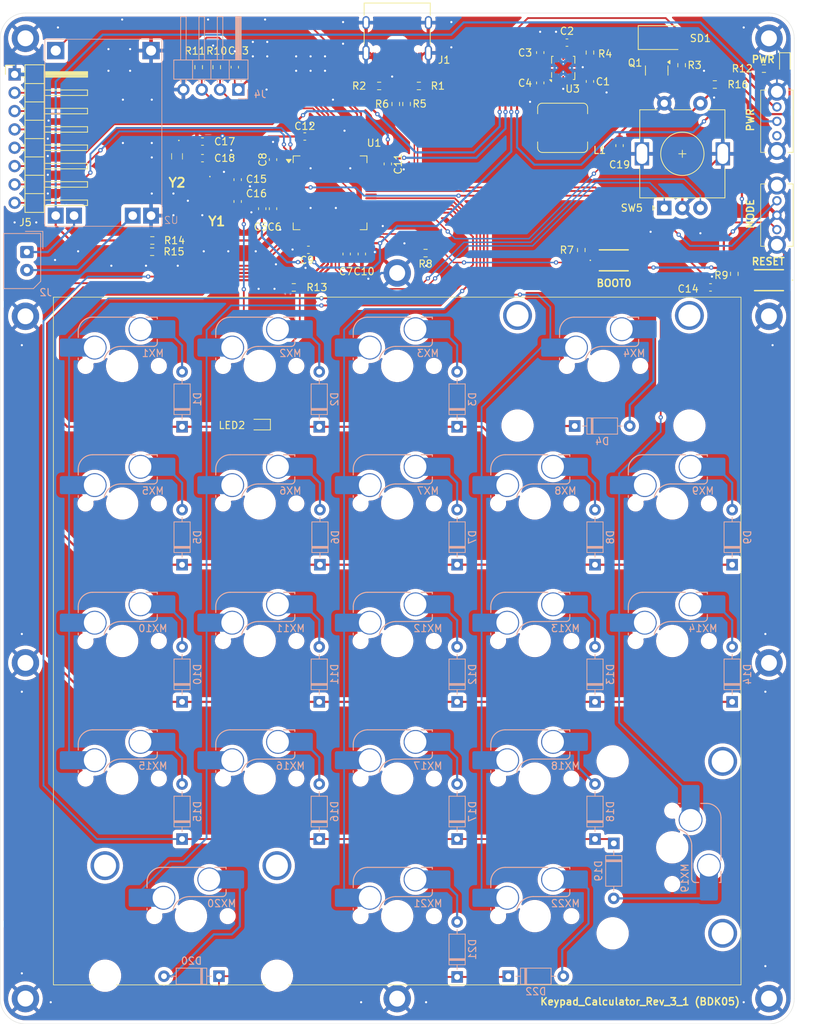
<source format=kicad_pcb>
(kicad_pcb (version 20240108) (generator "pcbnew") (generator_version "8.0")
  (layers (0 "F.Cu" signal) (31 "B.Cu" signal) (34 "B.Paste" user) (35 "F.Paste" user) (36 "B.SilkS" user "B.Silkscreen") (37 "F.SilkS" user "F.Silkscreen") (38 "B.Mask" user) (39 "F.Mask" user) (44 "Edge.Cuts" user))
  (net 0 "")
  (net 1 "PWR+")
  (net 2 "GND")
  (net 3 "Net-(U3-EN)")
  (net 4 "+3.3V")
  (net 5 "Net-(U1-VCAP1)")
  (net 6 "NRST")
  (net 7 "OSCIN")
  (net 8 "OSCOUT")
  (net 9 "OCS32_IN")
  (net 10 "OCS32_OUT")
  (net 11 "Rotary_SW")
  (net 12 "ROW0")
  (net 13 "Net-(D1-A)")
  (net 14 "Net-(D2-A)")
  (net 15 "Net-(D3-A)")
  (net 16 "Net-(D4-A)")
  (net 17 "Net-(D5-A)")
  (net 18 "ROW1")
  (net 19 "Net-(D6-A)")
  (net 20 "Net-(D7-A)")
  (net 21 "Net-(D8-A)")
  (net 22 "Net-(D9-A)")
  (net 23 "ROW2")
  (net 24 "Net-(D10-A)")
  (net 25 "Net-(D11-A)")
  (net 26 "Net-(D12-A)")
  (net 27 "Net-(D13-A)")
  (net 28 "Net-(D14-A)")
  (net 29 "ROW3")
  (net 30 "Net-(D15-A)")
  (net 31 "Net-(D16-A)")
  (net 32 "Net-(D17-A)")
  (net 33 "Net-(D18-A)")
  (net 34 "Net-(D19-A)")
  (net 35 "ROW4")
  (net 36 "Net-(D20-A)")
  (net 37 "Net-(D21-A)")
  (net 38 "Net-(D22-A)")
  (net 39 "USB+")
  (net 41 "Net-(J1-CC2)")
  (net 43 "Net-(J1-CC1)")
  (net 44 "Net-(J2-Pin_2)")
  (net 45 "Net-(J2-Pin_1)")
  (net 46 "SWCLK")
  (net 47 "SWDIO")
  (net 48 "RES")
  (net 49 "CS")
  (net 50 "SDA")
  (net 51 "BLK")
  (net 52 "DC")
  (net 53 "SCL")
  (net 54 "Net-(U3-L2)")
  (net 55 "Net-(U3-L1)")
  (net 56 "Net-(LED1-K)")
  (net 57 "FN_LED")
  (net 58 "Net-(LED2-K)")
  (net 59 "COL0")
  (net 60 "COL1")
  (net 61 "COL2")
  (net 62 "COL3")
  (net 63 "COL4")
  (net 64 "Net-(Q1-D)")
  (net 65 "BOOT0")
  (net 66 "BOOT1")
  (net 67 "BAT_ADC")
  (net 68 "BOUT+")
  (net 70 "NMODE_2")
  (net 71 "NMODE_1")
  (net 72 "EXTI_0")
  (net 73 "EXTI_2")
  (net 92 "PA11_D-")
  (net 93 "PA12_D+")
  (net 94 "/Stm32/D-")
  (net 95 "/Stm32/D+")
  (footprint "MountingHole:MountingHole_2.2mm_M2_DIN965_Pad_TopBottom" (layer "F.Cu") (at 3.5 42)
    (property "Reference" "H6" (hide yes))
    (property "Value" "Pad" (hide yes))
  )
  (footprint "SK-12D02-VG7:SK12D02VG7" (layer "F.Cu") (at 107.6 17 90)
    (property "Reference" "SW1" (hide yes))
    (property "Value" "SK-12D02-VG7" (hide yes))
  )
  (footprint "Capacitor_SMD:C_0603_1608Metric" (layer "F.Cu") (at 37.8 20.3 90)
    (property "Reference" "C8")
    (property "Value" "1uF(0603)" (hide yes))
  )
  (footprint "Resistor_SMD:R_0603_1608Metric" (layer "F.Cu") (at 81.7 5.475 -90)
    (property "Reference" "R4")
    (property "Value" "100R(0603)" (hide yes))
  )
  (footprint "Resistor_SMD:R_0603_1608Metric" (layer "F.Cu") (at 56.3 12.6 90)
    (property "Reference" "R5")
    (property "Value" "22R(0603)" (hide yes))
  )
  (footprint "Connector_PinHeader_2.54mm:PinHeader_1x08_P2.54mm_Horizontal" (layer "F.Cu") (at 2 8.5)
    (property "Reference" "J5")
    (property "Value" "Conn_01x08_Pin" (hide yes))
  )
  (footprint "MountingHole:MountingHole_2.2mm_M2_DIN965_Pad_TopBottom" (layer "F.Cu") (at 106.5 42)
    (property "Reference" "H7" (hide yes))
    (property "Value" "Pad" (hide yes))
  )
  (footprint "Resistor_SMD:R_0603_1608Metric" (layer "F.Cu") (at 58.925 33.25)
    (property "Reference" "R8")
    (property "Value" "10kR(0603)" (hide yes))
  )
  (footprint "MountingHole:MountingHole_2.2mm_M2_DIN965_Pad_TopBottom" (layer "F.Cu") (at 106.5 3.5)
    (property "Reference" "H2" (hide yes))
    (property "Value" "Pad" (hide yes))
  )
  (footprint "Capacitor_SMD:C_0603_1608Metric" (layer "F.Cu") (at 32.5 7.5 90)
    (property "Reference" "C13")
    (property "Value" "100nF(0603)" (hide yes))
  )
  (footprint "Package_SON:Texas_DRC0010J_ThermalVias" (layer "F.Cu") (at 78 7.6 90)
    (property "Reference" "U3")
    (property "Value" "TPS63001" (hide yes))
  )
  (footprint "SK-12D02-VG7:SK12D02VG7" (layer "F.Cu") (at 107.6 30 90)
    (property "Reference" "SW2" (hide yes))
    (property "Value" "SK-12D02-VG7" (hide yes))
  )
  (footprint "Resistor_SMD:R_0603_1608Metric" (layer "F.Cu") (at 27.5 7.5 -90)
    (property "Reference" "R11")
    (property "Value" "10kR(0603)" (hide yes))
  )
  (footprint "Resistor_SMD:R_0603_1608Metric" (layer "F.Cu") (at 101.7 36.125 90)
    (property "Reference" "R9")
    (property "Value" "10kR(0603)" (hide yes))
  )
  (footprint "Connector_USB:USB_C_Receptacle_G-Switch_GT-USB-7010ASV" (layer "F.Cu") (at 55 2.4 180)
    (property "Reference" "J1")
    (property "Value" "USB_C_Receptacle_USB2.0_16P" (hide yes))
  )
  (footprint "MountingHole:MountingHole_2.2mm_M2_DIN965_Pad_TopBottom" (layer "F.Cu") (at 3.5 90)
    (property "Reference" "H8" (hide yes))
    (property "Value" "Pad" (hide yes))
  )
  (footprint "Capacitor_SMD:C_0603_1608Metric" (layer "F.Cu") (at 37.8 27.1 90)
    (property "Reference" "C6")
    (property "Value" "1uF(0603)" (hide yes))
  )
  (footprint "MountingHole:MountingHole_2.2mm_M2_DIN965_Pad_TopBottom" (layer "F.Cu") (at 106.5 90)
    (property "Reference" "H9" (hide yes))
    (property "Value" "Pad" (hide yes))
  )
  (footprint "Capacitor_SMD:C_0603_1608Metric" (layer "F.Cu") (at 42.2 17.1)
    (property "Reference" "C12")
    (property "Value" "100nF(0603)" (hide yes))
  )
  (footprint "Package_TO_SOT_SMD:SOT-23" (layer "F.Cu") (at 90.95 7.9625 -90)
    (property "Reference" "Q1")
    (property "Value" "AO3401A" (hide yes))
  )
  (footprint "Resistor_SMD:R_0603_1608Metric" (layer "F.Cu") (at 30 7.5 -90)
    (property "Reference" "R10")
    (property "Value" "10kR(0603)" (hide yes))
  )
  (footprint "LED_SMD:LED_0603_1608Metric" (layer "F.Cu") (at 35.95 57 180)
    (property "Reference" "LED2")
    (property "Value" "LED" (hide yes))
  )
  (footprint "Resistor_SMD:R_0603_1608Metric" (layer "F.Cu") (at 105.8 7.7)
    (property "Reference" "R12")
    (property "Value" "1kR(0603)" (hide yes))
  )
  (footprint "Capacitor_SMD:C_0603_1608Metric_Pad1.08x0.95mm_HandSolder" (layer "F.Cu") (at 85.8 18.3625 -90)
    (property "Reference" "C19")
    (property "Value" "NU(0603)" (hide yes))
  )
  (footprint "Resistor_SMD:R_0603_1608Metric" (layer "F.Cu") (at 21.075 31.5 180)
    (property "Reference" "R14")
    (property "Value" "30kR(0603)" (hide yes))
  )
  (footprint "PCM_marbastlib-mx:STAB_MX_P_2u" (layer "F.Cu") (at 26.43 125.075)
    (property "Reference" "ST20" (hide yes))
    (property "Value" "MX_stab")
  )
  (footprint "32.768khz:Q13FC1350000400" (layer "F.Cu") (at 24.5 19.85 -90)
    (property "Reference" "Y2")
    (property "Value" "Q13FC1350000400" (hide yes))
  )
  (footprint "Rotary_Encoder:RotaryEncoder_Alps_EC11E-Switch_Vertical_H20mm" (layer "F.Cu") (at 92 27 90)
    (property "Reference" "SW5")
    (property "Value" "RotaryEncoder_Switch_MP" (hide yes))
  )
  (footprint "Resistor_SMD:R_0603_1608Metric" (layer "F.Cu") (at 58 10.1)
    (property "Reference" "R1")
    (property "Value" "5.1kR(0603)" (hide yes))
  )
  (footprint "TS-1088-AR02016:TS1088AR02016" (layer "F.Cu") (at 85 34.25)
    (property "Reference" "SW4" (hide yes))
    (property "Value" "TS-1088-AR02016" (hide yes))
  )
  (footprint "LED_SMD:LED_0603_1608Metric" (layer "F.Cu") (at 108.7 6.9875 -90)
    (property "Reference" "LED1" (hide yes))
    (property "Value" "LED" (hide yes))
  )
  (footprint "PCM_marbastlib-mx:STAB_MX_P_2u" (layer "F.Cu") (at 83.575 48.875)
    (property "Reference" "ST9" (hide yes))
    (property "Value" "MX_stab")
  )
  (footprint "Capacitor_SMD:C_0603_1608Metric" (layer "F.Cu") (at 74.815 5.475 90)
    (property "Reference" "C3")
    (property "Value" "10uF(0603)" (hide yes))
  )
  (footprint "TS-1088-AR02016:TS1088AR02016" (layer "F.Cu") (at 106.5 37 180)
    (property "Reference" "SW3" (hide yes))
    (property "Value" "TS-1088-AR02016" (hide yes))
  )
  (footprint "Capacitor_SMD:C_0603_1608Metric" (layer "F.Cu") (at 42.7 32.8 180)
    (property "Reference" "C9")
    (property "Value" "100nF(0603)" (hide yes))
  )
  (footprint "Capacitor_SMD:C_0603_1608Metric" (layer "F.Cu") (at 53.7 20.9 -90)
    (property "Reference" "C11")
    (property "Value" "100nF(0603)" (hide yes))
  )
  (footprint "Capacitor_SMD:C_0603_1608Metric" (layer "F.Cu") (at 32.9 23.075 -90)
    (property "Reference" "C15")
    (property "Value" "18pF(0603)" (hide yes))
  )
  (footprint "Capacitor_SMD:C_0603_1608Metric" (layer "F.Cu") (at 32.9 26.1 90)
    (property "Reference" "C16")
    (property "Value" "18pF(0603)" (hide yes))
  )
  (footprint "Capacitor_SMD:C_0603_1608Metric" (layer "F.Cu") (at 48 33.375 -90)
    (property "Reference" "C7")
    (property "Value" "4.7uF(0603)" (hide yes))
  )
  (footprint "Capacitor_SMD:C_0603_1608Metric" (layer "F.Cu") (at 28.025 20.1)
    (property "Reference" "C18")
    (property "Value" "15pF(0603)" (hide yes))
  )
  (footprint "Capacitor_SMD:C_0603_1608Metric" (layer "F.Cu") (at 28.025 17.8)
    (property "Reference" "C17")
    (property "Value" "15pF(0603)" (hide yes))
  )
  (footprint "PCM_marbastlib-mx:STAB_MX_P_2u" (layer "F.Cu") (at 93.1 115.55 -90)
    (property "Reference" "ST19" (hide yes))
    (property "Value" "MX_stab")
  )
  (footprint "Resistor_SMD:R_0603_1608Metric" (layer "F.Cu") (at 54.8 12.6 90)
    (property "Reference" "R6")
    (property "Value" "22R(0603)" (hide yes))
  )
  (footprint "MountingHole:MountingHole_2.2mm_M2_DIN965_Pad_TopBottom" (layer "F.Cu") (at 106.5 136.5)
    (property "Reference" "H4" (hide yes))
    (property "Value" "Pad" (hide yes))
  )
  (footprint "Diode_SMD:D_SMA" (layer "F.Cu") (at 91.9 3.4)
    (property "Reference" "SD1")
    (property "Value" "SS14" (hide yes))
  )
  (footprint "Resistor_SMD:R_0603_1608Metric" (layer "F.Cu") (at 94.4 7.225 90)
    (property "Reference" "R3")
    (property "Value" "10kR(0603)" (hide yes))
  )
  (footprint "MountingHole:MountingHole_2.2mm_M2_DIN965_Pad_TopBottom" (layer "F.Cu") (at 55 36)
    (property "Reference" "H10" (hide yes))
    (property "Value" "Pad" (hide yes))
  )
  (footprint "Capacitor_SMD:C_0603_1608Metric" (layer "F.Cu") (at 98.4 38 180)
    (property "Reference" "C14")
    (property "Value" "100nF(0603)" (hide yes))
  )
  (footprint "Resistor_SMD:R_0603_1608Metric" (layer "F.Cu") (at 40.675 38)
    (property "Reference" "R13")
    (property "Value" "1kR(0603)" (hide yes))
  )
  (footprint "Package_QFP:LQFP-64_10x10mm_P0.5mm" (layer "F.Cu") (at 45.7 24.9)
    (property "Reference" "U1")
    (property "Value" "STM32F401RETx" (hide yes))
  )
  (footprint "MountingHole:MountingHole_2.2mm_M2_DIN965_Pad_TopBottom" (layer "F.Cu") (at 3.5 3.5)
    (property "Reference" "H1" (hide yes))
    (property "Value" "Pad" (hide yes))
  )
  (footprint "Resistor_SMD:R_0603_1608Metric" (layer "F.Cu") (at 99 9.9)
    (property "Reference" "R16")
    (property "Value" "10kR(0603)" (hide yes))
  )
  (footprint "Capacitor_SMD:C_0603_1608Metric" (layer "F.Cu") (at 78.515 4.1 180)
    (property "Reference" "C2")
    (property "Value" "100nF(0603)" (hide yes))
  )
  (footprint "Capacitor_SMD:C_0603_1608Metric" (layer "F.Cu") (at 74.815 9.675 -90)
    (property "Reference" "C4")
    (property "Value" "10uF(0603)" (hide yes))
  )
  (footprint "Resistor_SMD:R_0603_1608Metric" (layer "F.Cu") (at 21.05 33.06)
    (property "Reference" "R15")
    (property "Value" "7.5kR(0603)" (hide yes))
  )
  (footprint "Inductor_SMD:L_Bourns_SRP7028A_7.3x6.6mm" (layer "F.Cu") (at 77.915 15.9)
    (property "Reference" "L1")
    (property "Value" "2.2uH" (hide yes))
  )
  (footprint "MountingHole:MountingHole_2.2mm_M2_DIN965_Pad_TopBottom" (layer "F.Cu") (at 3.5 136.5)
    (property "Reference" "H3" (hide yes))
    (property "Value" "Pad" (hide yes))
  )
  (footprint "Resistor_SMD:R_0603_1608Metric" (layer "F.Cu") (at 52.5 10.1 180)
    (property "Reference" "R2")
    (property "Value" "5.1kR(0603)" (hide yes))
  )
  (footprint "MountingHole:MountingHole_2.2mm_M2_DIN965_Pad_TopBottom" (layer "F.Cu") (at 55 136.5)
    (property "Reference" "H5" (hide yes))
    (property "Value" "Pad" (hide yes))
  )
  (footprint "Capacitor_SMD:C_0603_1608Metric" (layer "F.Cu") (at 81.7 9.475 -90)
    (property "Reference" "C1")
    (property "Value" "10uF(0603)" (hide yes))
  )
  (footprint "Capacitor_SMD:C_0603_1608Metric" (layer "F.Cu") (at 50.1 33.375 -90)
    (property "Reference" "C10")
    (property "Value" "100nF(0603)" (hide yes))
  )
  (footprint "Capacitor_SMD:C_0603_1608Metric" (layer "F.Cu") (at 36.3 27.1 90)
    (property "Reference" "C5")
    (property "Value" "100nF(0603)" (hide yes))
  )
  (footprint "25Mhz:X322525MOB4SI" (layer "F.Cu") (at 29.65 24.8 -90)
    (property "Reference" "Y1")
    (property "Value" "X322525MOB4SI" (hide yes))
  )
  (footprint "Resistor_SMD:R_0603_1608Metric" (layer "F.Cu") (at 80.5 32.825 90)
    (property "Reference" "R7")
    (property "Value" "10kR(0603)" (hide yes))
  )
  (footprint "Lipo:TP4056_Module" (layer "B.Cu") (at 14.296 16.63 -90)
    (property "Reference" "U2")
    (property "Value" "~")
  )
  (footprint "PCM_marbastlib-mx:SW_MX_HS_CPG151101S11_1u" (layer "B.Cu") (at 16.9 86.975 180)
    (property "Reference" "MX10")
    (property "Value" "MX_SW_HS")
  )
  (footprint "PCM_marbastlib-mx:SW_MX_HS_CPG151101S11_1u" (layer "B.Cu") (at 55 86.975 180)
    (property "Reference" "MX12")
    (property "Value" "MX_SW_HS")
  )
  (footprint "Connector_Molex:Molex_SPOX_5267-02A_1x02_P2.50mm_Vertical" (layer "B.Cu") (at 3.7 33.1 -90)
    (property "Reference" "J2")
    (property "Value" "Conn_01x02_Socket" (hide yes))
  )
  (footprint "PCM_marbastlib-mx:SW_MX_HS_CPG151101S11_1u" (layer "B.Cu") (at 55 48.875 180)
    (property "Reference" "MX3")
    (property "Value" "MX_SW_HS")
  )
  (footprint "PCM_marbastlib-mx:SW_MX_HS_CPG151101S11_1u" (layer "B.Cu") (at 35.95 86.975 180)
    (property "Reference" "MX11")
    (property "Value" "MX_SW_HS")
  )
  (footprint "Diode_THT:D_DO-35_SOD27_P7.62mm_Horizontal" (layer "B.Cu") (at 79.59 57.2)
    (property "Reference" "D4")
    (property "Value" "1N4148" (hide yes))
  )
  (footprint "PCM_marbastlib-mx:SW_MX_HS_CPG151101S11_1u" (layer "B.Cu") (at 55 125.075 180)
    (property "Reference" "MX21")
    (property "Value" "MX_SW_HS")
  )
  (footprint "PCM_marbastlib-mx:SW_MX_HS_CPG151101S11_1u" (layer "B.Cu") (at 16.9 48.875 180)
    (property "Reference" "MX1")
    (property "Value" "MX_SW_HS")
  )
  (footprint "PCM_marbastlib-mx:SW_MX_HS_CPG151101S11_1u" (layer "B.Cu") (at 74.05 106.025 180)
    (property "Reference" "MX18")
    (property "Value" "MX_SW_HS")
  )
  (footprint "PCM_marbastlib-mx:SW_MX_HS_CPG151101S11_1u" (layer "B.Cu") (at 74.05 86.975 180)
    (property "Reference" "MX13")
    (property "Value" "MX_SW_HS")
  )
  (footprint "Diode_THT:D_DO-35_SOD27_P7.62mm_Horizontal" (layer "B.Cu") (at 25.2 114.4 90)
    (property "Reference" "D15")
    (property "Value" "1N4148" (hide yes))
  )
  (footprint "Diode_THT:D_DO-35_SOD27_P7.62mm_Horizontal" (layer "B.Cu") (at 25.2 76.41 90)
    (property "Reference" "D5")
    (property "Value" "1N4148" (hide yes))
  )
  (footprint "PCM_marbastlib-mx:SW_MX_HS_CPG151101S11_1u" (layer "B.Cu") (at 55 106.025 180)
    (property "Reference" "MX17")
    (property "Value" "MX_SW_HS")
  )
  (footprint "PCM_marbastlib-mx:SW_MX_HS_CPG151101S11_1u" (layer "B.Cu") (at 35.95 67.925 180)
    (property "Reference" "MX6")
    (property "Value" "MX_SW_HS")
  )
  (footprint "PCM_marbastlib-mx:SW_MX_HS_CPG151101S11_1u" (layer "B.Cu") (at 83.575 48.875 180)
    (property "Reference" "MX4")
    (property "Value" "MX_SW_HS")
  )
  (footprint "PCM_marbastlib-mx:SW_MX_HS_CPG151101S11_1u" (layer "B.Cu") (at 35.95 48.875 180)
    (property "Reference" "MX2")
    (property "Value" "MX_SW_HS" (hide yes))
  )
  (footprint "PCM_marbastlib-mx:SW_MX_HS_CPG151101S11_1u" (layer "B.Cu") (at 74.05 125.075 180)
    (property "Reference" "MX22")
    (property "Value" "MX_SW_HS")
  )
  (footprint "Diode_THT:D_DO-35_SOD27_P7.62mm_Horizontal" (layer "B.Cu") (at 44.2 95.4 90)
    (property "Reference" "D11")
    (property "Value" "1N4148" (hide yes))
  )
  (footprint "Diode_THT:D_DO-35_SOD27_P7.62mm_Horizontal" (layer "B.Cu") (at 63.3 95.4 90)
    (property "Reference" "D12")
    (property "Value" "1N4148" (hide yes))
  )
  (footprint "Diode_THT:D_DO-35_SOD27_P7.62mm_Horizontal" (layer "B.Cu") (at 63.3 114.4 90)
    (property "Reference" "D17")
    (property "Value" "1N4148" (hide yes))
  )
  (footprint "Diode_THT:D_DO-35_SOD27_P7.62mm_Horizontal" (layer "B.Cu") (at 70.39 133.4)
    (property "Reference" "D22")
    (property "Value" "1N4148" (hide yes))
  )
  (footprint "Diode_THT:D_DO-35_SOD27_P7.62mm_Horizontal" (layer "B.Cu") (at 82.4 76.41 90)
    (property "Reference" "D8")
    (property "Value" "1N4148" (hide yes))
  )
  (footprint "Diode_THT:D_DO-35_SOD27_P7.62mm_Horizontal" (layer "B.Cu") (at 82.4 95.4 90)
    (property "Reference" "D13")
    (property "Value" "1N4148" (hide yes))
  )
  (footprint "PCM_marbastlib-mx:SW_MX_HS_CPG151101S11_1u" (layer "B.Cu") (at 74.05 67.925 180)
    (property "Reference" "MX8")
    (property "Value" "MX_SW_HS")
  )
  (footprint "PCM_marbastlib-mx:SW_MX_HS_CPG151101S11_1u" (layer "B.Cu") (at 93.1 86.975 180)
    (property "Reference" "MX14")
    (property "Value" "MX_SW_HS")
  )
  (footprint "Diode_THT:D_DO-35_SOD27_P7.62mm_Horizontal" (layer "B.Cu") (at 101.4 76.41 90)
    (property "Reference" "D9")
    (property "Value" "1N4148" (hide yes))
  )
  (footprint "Diode_THT:D_DO-35_SOD27_P7.62mm_Horizontal" (layer "B.Cu") (at 44.2 114.4 90)
    (property "Reference" "D16")
    (property "Value" "1N4148" (hide yes))
  )
  (footprint "Diode_THT:D_DO-35_SOD27_P7.62mm_Horizontal" (layer "B.Cu") (at 85 115 -90)
    (property "Reference" "D19")
    (property "Value" "1N4148" (hide yes))
  )
  (footprint "Diode_THT:D_DO-35_SOD27_P7.62mm_Horizontal" (layer "B.Cu") (at 25.2 95.4 90)
    (property "Reference" "D10")
    (property "Value" "1N4148" (hide yes))
  )
  (footprint "Diode_THT:D_DO-35_SOD27_P7.62mm_Horizontal" (layer "B.Cu") (at 44.3 76.41 90)
    (property "Reference" "D6")
    (property "Value" "1N4148" (hide yes))
  )
  (footprint "PCM_marbastlib-mx:SW_MX_HS_CPG151101S11_1u" (layer "B.Cu") (at 93.1 67.925 180)
    (property "Reference" "MX9")
    (property "Value" "MX_SW_HS")
  )
  (footprint "PCM_marbastlib-mx:SW_MX_HS_CPG151101S11_1u" (layer "B.Cu") (at 55 67.925 180)
    (property "Reference" "MX7")
    (property "Value" "MX_SW_HS")
  )
  (footprint "PCM_marbastlib-mx:SW_MX_HS_CPG151101S11_1u" (layer "B.Cu") (at 35.95 106.025 180)
    (property "Reference" "MX16")
    (property "Value" "MX_SW_HS")
  )
  (footprint "Diode_THT:D_DO-35_SOD27_P7.62mm_Horizontal" (layer "B.Cu") (at 82.4 114.4 90)
    (property "Reference" "D18")
    (property "Value" "1N4148" (hide yes))
  )
  (footprint "PCM_marbastlib-mx:SW_MX_HS_CPG151101S11_1u" (layer "B.Cu") (at 93.1 115.55 90)
    (property "Reference" "MX19")
    (property "Value" "MX_SW_HS")
  )
  (footprint "PCM_marbastlib-mx:SW_MX_HS_CPG151101S11_1u" (layer "B.Cu") (at 16.9 106.025 180)
    (property "Reference" "MX15")
    (property "Value" "MX_SW_HS")
  )
  (footprint "PCM_marbastlib-mx:SW_MX_HS_CPG151101S11_1u" (layer "B.Cu") (at 26.43 125.075 180)
    (property "Reference" "MX20")
    (property "Value" "MX_SW_HS")
  )
  (footprint "Diode_THT:D_DO-35_SOD27_P7.62mm_Horizontal" (layer "B.Cu") (at 63.3 133.5 90)
    (property "Reference" "D21")
    (property "Value" "1N4148" (hide yes))
  )
  (footprint "Diode_THT:D_DO-35_SOD27_P7.62mm_Horizontal" (layer "B.Cu") (at 30.31 133.4 180)
    (property "Reference" "D20")
    (property "Value" "1N4148" (hide yes))
  )
  (footprint "Diode_THT:D_DO-35_SOD27_P7.62mm_Horizontal" (layer "B.Cu") (at 44.2 57.3 90)
    (property "Reference" "D2")
    (property "Value" "1N4148" (hide yes))
  )
  (footprint "Diode_THT:D_DO-35_SOD27_P7.62mm_Horizontal" (layer "B.Cu") (at 63.3 76.4 90)
    (property "Reference" "D7")
    (property "Value" "1N4148" (hide yes))
  )
  (footprint "Diode_THT:D_DO-35_SOD27_P7.62mm_Horizontal" (layer "B.Cu") (at 63.3 57.3 90)
    (property "Reference" "D3")
    (property "Value" "1N4148" (hide yes))
  )
  (footprint "Diode_THT:D_DO-35_SOD27_P7.62mm_Horizontal" (layer "B.Cu") (at 25.2 57.3 90)
    (property "Reference" "D1")
    (property "Value" "1N4148" (hide yes))
  )
  (footprint "Diode_THT:D_DO-35_SOD27_P7.62mm_Horizontal" (layer "B.Cu") (at 101.4 95.4 90)
    (property "Reference" "D14")
    (property "Value" "1N4148" (hide yes))
  )
  (footprint "PCM_marbastlib-mx:SW_MX_HS_CPG151101S11_1u" (layer "B.Cu") (at 16.9 67.925 180)
    (property "Reference" "MX5")
    (property "Value" "MX_SW_HS")
  )
  (footprint "Connector_PinHeader_2.54mm:PinHeader_1x04_P2.54mm_Horizontal" (layer "B.Cu") (at 33 10.6 90)
    (property "Reference" "J4")
    (property "Value" "Conn_01x04_Pin")
  )
  (gr_line (start 7.375 134.6) (end 7.375 39.35) (stroke (width 0.1)) (layer "F.SilkS"))
  (gr_line (start 7.375 39.35) (end 102.625 39.35) (stroke (width 0.1)) (layer "F.SilkS"))
  (gr_line (start 102.625 134.6) (end 7.375 134.6) (stroke (width 0.1)) (layer "F.SilkS"))
  (gr_line (start 102.625 39.35) (end 102.625 134.6) (stroke (width 0.1)) (layer "F.SilkS"))
  (gr_line (start 110 136.5) (end 110 3.5) (stroke (width 0.05)) (layer "Edge.Cuts"))
  (gr_line (start 0 3.5) (end 0 136.5) (stroke (width 0.05)) (layer "Edge.Cuts"))
  (gr_arc (start 110 136.5) (mid 108.974874 138.974874) (end 106.5 140) (stroke (width 0.05)) (layer "Edge.Cuts"))
  (gr_arc (start 0 3.5) (mid 1.025126 1.025126) (end 3.5 0) (stroke (width 0.05)) (layer "Edge.Cuts"))
  (gr_arc (start 3.5 140) (mid 1.025126 138.974874) (end 0 136.5) (stroke (width 0.05)) (layer "Edge.Cuts"))
  (gr_arc (start 106.5 0) (mid 108.974874 1.025126) (end 110 3.5) (stroke (width 0.05)) (layer "Edge.Cuts"))
  (gr_line (start 106.5 0) (end 3.5 0) (stroke (width 0.05)) (layer "Edge.Cuts"))
  (gr_line (start 3.5 140) (end 106.5 140) (stroke (width 0.05)) (layer "Edge.Cuts"))
  (gr_text "RESET" (at 104 35 0) (layer "F.SilkS") (effects (font (size 1 1) (thickness 0.2) (bold yes)) (justify left bottom)))
  (gr_text "Keypad_Calculator_Rev_3_1 (BDK05)" (at 74.7 137.5 0) (layer "F.SilkS") (effects (font (size 1 1) (thickness 0.2) (bold yes)) (justify left bottom)))
  (gr_text "PWR" (at 104.5 16.5 90) (layer "F.SilkS") (effects (font (size 1 1) (thickness 0.2) (bold yes)) (justify left bottom)))
  (gr_text "PWR" (at 104 7 0) (layer "F.SilkS") (effects (font (size 1 1) (thickness 0.2) (bold yes)) (justify left bottom)))
  (gr_text "BOOT0" (at 82.5 38 0) (layer "F.SilkS") (effects (font (size 1 1) (thickness 0.2) (bold yes)) (justify left bottom)))
  (gr_text "MODE" (at 104.5 30 90) (layer "F.SilkS") (effects (font (size 1 1) (thickness 0.2) (bold yes)) (justify left bottom)))
  (segment (start 79 9) (end 81.4 9) (width 0.3) (layer "F.Cu") (net 1))
  (segment (start 90 7.025) (end 90 3.5) (width 0.3) (layer "F.Cu") (net 1))
  (segment (start 89.275 6.3) (end 81.7 6.3) (width 0.3) (layer "F.Cu") (net 1))
  (segment (start 81.7 8.7) (end 81.7 6.3) (width 0.3) (layer "F.Cu") (net 1))
  (segment (start 90 3.5) (end 89.9 3.4) (width 0.3) (layer "F.Cu") (net 1))
  (segment (start 81.4 9) (end 81.7 8.7) (width 0.3) (layer "F.Cu") (net 1))
  (segment (start 90 7.025) (end 89.275 6.3) (width 0.3) (layer "F.Cu") (net 1))
  (segment (start 50.68 5.525) (end 51.2 5.525) (width 0.3) (layer "F.Cu") (net 2))
  (segment (start 37.8 19.525) (end 37.8 17.85) (width 0.3) (layer "F.Cu") (net 2))
  (segment (start 41.925 32.8) (end 40.55 32.8) (width 0.3) (layer "F.Cu") (net 2))
  (segment (start 50.68 1.325) (end 47.575 1.325) (width 0.2) (layer "F.Cu") (net 2))
  (segment (start 32.9 25.325) (end 33.275 25.325) (width 0.25) (layer "F.Cu") (net 2))
  (segment (start 59.75 33.25) (end 59.75 34.25) (width 0.3) (layer "F.Cu") (net 2))
  (segment (start 83.25 10.25) (end 84 11) (width 0.3) (layer "F.Cu") (net 2))
  (segment (start 48.95 33) (end 50.1 34.15) (width 0.3) (layer "F.Cu") (net 2))
  (segment (start 104.975 8.275) (end 104.975 7.7) (width 0.25) (layer "F.Cu") (net 2))
  (segment (start 30.775 17) (end 28.05 17) (width 0.25) (layer "F.Cu") (net 2))
  (segment (start 28.05 17) (end 27.25 17.8) (width 0.25) (layer "F.Cu") (net 2))
  (segment (start 74.815 2.615) (end 74.8 2.6) (width 0.25) (layer "F.Cu") (net 2))
  (segment (start 32.5 6.725) (end 32.5 5.3) (width 0.25) (layer "F.Cu") (net 2))
  (segment (start 42.975 17.1) (end 42.975 15.425) (width 0.3) (layer "F.Cu") (net 2))
  (segment (start 42.45 17.625) (end 42.975 17.1) (width 0.3) (layer "F.Cu") (net 2))
  (segment (start 41.925 32.8) (end 42.45 32.275) (width 0.3) (layer "F.Cu") (net 2))
  (segment (start 77.74 4.1) (end 77.74 3.34) (width 0.25) (layer "F.Cu") (net 2))
  (segment (start 53.7 21.675) (end 53.675 21.65) (width 0.3) (layer "F.Cu") (net 2))
  (segment (start 27.25 20.1) (end 21.1 20.1) (width 0.25) (layer "F.Cu") (net 2))
  (segment (start 94.5 27) (end 94.5 25.1) (width 0.3) (layer "F.Cu") (net 2))
  (segment (start 77.74 3.34) (end 77 2.6) (width 0.25) (layer "F.Cu") (net 2))
  (segment (start 30 5) (end 29.5 4.5) (width 0.25) (layer "F.Cu") (net 2))
  (segment (start 53.7 21.675) (end 55.875 21.675) (width 0.3) (layer "F.Cu") (net 2))
  (segment (start 36.3 26.325) (end 36.075 26.325) (width 0.25) (layer "F.Cu") (net 2))
  (segment (start 36.3 26.325) (end 36.175 26.325) (width 0.25) (layer "F.Cu") (net 2))
  (segment (start 38.125 26.65) (end 37.8 26.325) (width 0.3) (layer "F.Cu") (net 2))
  (segment (start 59.75 34.25) (end 59 35) (width 0.3) (layer "F.Cu") (net 2))
  (segment (start 59.32 5.525) (end 58.8 5.525) (width 0.3) (layer "F.Cu") (net 2))
  (segment (start 40.025 26.65) (end 38.125 26.65) (width 0.3) (layer "F.Cu") (net 2))
  (segment (start 36.075 26.325) (end 34.8 27.6) (width 0.25) (layer "F.Cu") (net 2))
  (segment (start 94.5 25.1) (end 100.1 19.5) (width 0.3) (layer "F.Cu") (net 2))
  (segment (start 37.8 26.325) (end 36.3 26.325) (width 0.3) (layer "F.Cu") (net 2))
  (segment (start 42.45 32.275) (end 42.45 30.575) (width 0.3) (layer "F.Cu") (net 2))
  (segment (start 55.875 21.675) (end 55.9 21.65) (width 0.3) (layer "F.Cu") (net 2))
  (segment (start 104.975 7.7) (end 104.975 5.025) (width 0.25) (layer "F.Cu") (net 2))
  (segment (start 42.975 17.075) (end 42.975 17.1) (width 0.3) (layer "F.Cu") (net 2))
  (segment (start 62.425 1.325) (end 59.32 1.325) (width 0.2) (layer "F.Cu") (net 2))
  (segment (start 62.5 1.25) (end 62.425 1.325) (width 0.2) (layer "F.Cu") (net 2))
  (segment (start 107.6 10.9) (end 104.975 8.275) (width 0.25) (layer "F.Cu") (net 2))
  (segment (start 108.575 33.075) (end 107.6 32.1) (width 0.25) (layer "F.Cu") (net 2))
  (segment (start 30 6.675) (end 30 5) (width 0.25) (layer "F.Cu") (net 2))
  (segment (start 104.975 5.025) (end 106.5 3.5) (width 0.25) (layer "F.Cu") (net 2))
  (segment (start 81.7 10.25) (end 83.25 10.25) (width 0.3) (layer "F.Cu") (net 2))
  (segment (start 77.5 6.2) (end 77.5 4.34) (width 0.25) (layer "F.Cu") (net 2))
  (segment (start 47.575 1.325) (end 47.5 1.25) (width 0.2) (layer "F.Cu") (net 2))
  (segment (start 97.45 8.05) (end 97.5 8) (width 0.3) (layer "F.Cu") (net 2))
  (segment (start 42.975 15.425) (end 43 15.4) (width 0.3) (layer "F.Cu") (net 2))
  (segment (start 21.1 20.1) (end 21 20) (width 0.25) (layer "F.Cu") (net 2))
  (segment (start 78 9) (end 78 10.5) (width 0.25) (layer "F.Cu") (net 2))
  (segment (start 40.55 32.8) (end 40.5 32.75) (width 0.3) (layer "F.Cu") (net 2))
  (segment (start 108.575 37) (end 108.575 33.075) (width 0.25) (layer "F.Cu") (net 2))
  (segment (start 74.815 10.45) (end 74.815 10.885) (width 0.25) (layer "F.Cu") (net 2))
  (segment (start 58.8 5.525) (end 58.2 6.125) (width 0.3) (layer "F.Cu") (net 2))
  (segment (start 50.85 34.15) (end 50.1 34.15) (width 0.3) (layer "F.Cu") (net 2))
  (segment (start 33.275 25.325) (end 34.6 24) (width 0.25) (layer "F.Cu") (net 2))
  (segment (start 51.9 33.1) (end 50.85 34.15) (width 0.3) (layer "F.Cu") (net 2))
  (segment (start 74.815 4.7) (end 74.815 2.615) (width 0.25) (layer "F.Cu") (net 2))
  (segment (start 30.8 17.025) (end 30.775 17) (width 0.25) (layer "F.Cu") (net 2))
  (segment (start 77.5 4.34) (end 77.74 4.1) (width 0.25) (layer "F.Cu") (net 2))
  (segment (start 50.1 34.15) (end 48 34.15) (width 0.3) (layer "F.Cu") (net 2))
  (segment (start 94.4 8.05) (end 97.45 8.05) (width 0.3) (layer "F.Cu") (net 2))
  (segment (start 42.45 19.225) (end 42.45 17.625) (width 0.3) (layer "F.Cu") (net 2))
  (segment (start 51.2 5.525) (end 51.8 6.125) (width 0.3) (layer "F.Cu") (net 2))
  (segment (start 74.815 10.885) (end 73.4 12.3) (width 0.25) (layer "F.Cu") (net 2))
  (segment (start 48.95 30.575) (end 48.95 33) (width 0.3) (layer "F.Cu") (net 2))
  (segment (start 53.675 21.65) (end 51.375 21.65) (width 0.3) (layer "F.Cu") (net 2))
  (via (at 17 18) (size 0.6) (drill 0.3) (layers "F.Cu" "B.Cu") (net 2))
  (via (at 59 137) (size 0.6) (drill 0.3) (layers "F.Cu" "B.Cu") (net 2))
  (via (at 26 26) (size 0.6) (drill 0.3) (layers "F.Cu" "B.Cu") (net 2))
  (via (at 59 35) (size 0.6) (drill 0.3) (layers "F.Cu" "B.Cu") (net 2))
  (via (at 16.9 0.9) (size 0.6) (drill 0.3) (layers "F.Cu" "B.Cu") (net 2))
  (via (at 50 137) (size 0.6) (drill 0.3) (layers "F.Cu" "B.Cu") (net 2))
  (via (at 37 4) (size 0.6) (drill 0.3) (layers "F.Cu" "B.Cu") (net 2))
  (via (at 18 5) (size 0.6) (drill 0.3) (layers "F.Cu" "B.Cu") (net 2))
  (via (at 84 11) (size 0.6) (drill 0.3) (layers "F.Cu" "B.Cu") (net 2))
  (via (at 21 20) (size 0.6) (drill 0.3) (layers "F.Cu" "B.Cu") (net 2))
  (via (at 78 10.5) (size 0.6) (drill 0.3) (layers "F.Cu" "B.Cu") (net 2))
  (via (at 3 94) (size 0.6) (drill 0.3) (layers "F.Cu" "B.Cu") (net 2))
  (via (at 46.5 27) (size 0.6) (drill 0.3) (layers "F.Cu" "B.Cu") (net 2))
  (via (at 90.1 30.3) (size 0.6) (drill 0.3) (layers "F.Cu" "B.Cu") (net 2))
  (via (at 41 6) (size 0.6) (drill 0.3) (layers "F.Cu" "B.Cu") (net 2))
  (via (at 2 29) (size 0.6) (drill 0.3) (layers "F.Cu" "B.Cu") (net 2))
  (via (at 31.6 33) (size 0.6) (drill 0.3) (layers "F.Cu" "B.Cu") (net 2))
  (via (at 10.8 33) (size 0.6) (drill 0.3) (layers "F.Cu" "B.Cu") (net 2))
  (via (at 21 25) (size 0.6) (drill 0.3) (layers "F.Cu" "B.Cu") (net 2))
  (via (at 20.2 35) (size 0.6) (drill 0.3) (layers "F.Cu" "B.Cu") (net 2))
  (via (at 77 2.6) (size 0.6) (drill 0.3) (layers "F.Cu" "B.Cu") (net 2))
  (via (at 43 27) (size 0.6) (drill 0.3) (layers "F.Cu" "B.Cu") (net 2))
  (via (at 28.2 33) (size 0.6) (drill 0.3) (layers "F.Cu" "B.Cu") (net 2))
  (via (at 48.5 21.5) (size 0.6) (drill 0.3) (layers "F.Cu" "B.Cu") (net 2))
  (via (at 36.9 10.6) (size 0.6) (drill 0.3) (layers "F.Cu" "B.Cu") (net 2))
  (via (at 34.8 27.6) (size 0.6) (drill 0.3) (layers "F.Cu" "B.Cu") (net 2))
  (via (at 6.6 22.4) (size 0.6) (drill 0.3) (layers "F.Cu" "B.Cu") (net 2))
  (via (at 43 21.5) (size 0.6) (drill 0.3) (layers "F.Cu" "B.Cu") (net 2))
  (via (at 74.8 2.6) (size 0.6) (drill 0.3) (layers "F.Cu" "B.Cu") (net 2))
  (via (at 98.9 11.7) (size 0.6) (drill 0.3) (layers "F.Cu" "B.Cu") (net 2))
  (via (at 21 18) (size 0.6) (drill 0.3) (layers "F.Cu" "B.Cu") (net 2))
  (via (at 47.7 16.3) (size 0.6) (drill 0.3) (layers "F.Cu" "B.Cu") (net 2))
  (via (at 97.5 8) (size 0.6) (drill 0.3) (layers "F.Cu" "B.Cu") (net 2))
  (via (at 42.3 35.3) (size 0.6) (drill 0.3) (layers "F.Cu" "B.Cu") (net 2))
  (via (at 45 6) (size 0.6) (drill 0.3) (layers "F.Cu" "B.Cu") (net 2))
  (via (at 24 28) (size 0.6) (drill 0.3) (layers "F.Cu" "B.Cu") (net 2))
  (via (at 6.7 14.9) (size 0.6) (drill 0.3) (layers "F.Cu" "B.Cu") (net 2))
  (via (at 103 2) (size 0.6) (drill 0.3) (layers "F.Cu" "B.Cu") (net 2))
  (via (at 47.5 1.25) (size 0.6) (drill 0.3) (layers "F.Cu" "B.Cu") (net 2))
  (via (at 24.6 35) (size 0.6) (drill 0.3) (layers "F.Cu" "B.Cu") (net 2))
  (via (at 56 31.9) (size 0.6) (drill 0.3) (layers "F.Cu" "B.Cu") (net 2))
  (via (at 43 15.4) (size 0.6) (drill 0.3) (layers "F.Cu" "B.Cu") (net 2))
  (via (at 37.8 17.85) (size 0.6) (drill 0.3) (layers "F.Cu" "B.Cu") (net 2))
  (via (at 45 8) (size 0.6) (drill 0.3) (layers "F.Cu" "B.Cu") (net 2))
  (via (at 15 5) (size 0.6) (drill 0.3) (layers "F.Cu" "B.Cu") (net 2))
  (via (at 46.1 12) (size 0.6) (drill 0.3) (layers "F.Cu" "B.Cu") (net 2))
  (via (at 47.5 4.25) (size 0.6) (drill 0.3) (layers "F.Cu" "B.Cu") (net 2))
  (via (at 106 86) (size 0.6) (drill 0.3) (layers "F.Cu" "B.Cu") (net 2))
  (via (at 38.8 30) (size 0.6) (drill 0.3) (layers "F.Cu" "B.Cu") (net 2))
  (via (at 107 46) (size 0.6) (drill 0.3) (layers "F.Cu" "B.Cu") (net 2))
  (via (at 73.4 12.3) (size 0.6) (drill 0.3) (layers "F.Cu" "B.Cu") (net 2))
  (via (at 32 19) (size 0.6) (drill 0.3) (layers "F.Cu" "B.Cu") (net 2))
  (via (at 15.4 35) (size 0.6) (drill 0.3) (layers "F.Cu" "B.Cu") (net 2))
  (via (at 8 2) (size 0.6) (drill 0.3) (layers "F.Cu" "B.Cu") (net 2))
  (via (at 6.6 17.4) (size 0.6) (drill 0.3) (layers "F.Cu" "B.Cu") (net 2))
  (via (at 43 8) (size 0.6) (drill 0.3) (layers "F.Cu" "B.Cu") (net 2))
  (via (at 21 12) (size 0.6) (drill 0.3) (layers "F.Cu" "B.Cu") (net 2))
  (via (at 15 8) (size 0.6) (drill 0.3) (layers "F.Cu" "B.Cu") (net 2))
  (via (at 38 38.2) (size 0.6) (drill 0.3) (layers "F.Cu" "B.Cu") (net 2))
  (via (at 3 86) (size 0.6) (drill 0.3) (layers "F.Cu" "B.Cu") (net 2))
  (via (at 35 4) (size 0.6) (drill 0.3) (layers "F.Cu" "B.Cu") (net 2))
  (via (at 3 133) (size 0.6) (drill 0.3) (layers "F.Cu" "B.Cu") (net 2))
  (via (at 51.9 33.1) (size 0.6) (drill 0.3) (layers "F.Cu" "B.Cu") (net 2))
  (via (at 106 132) (size 0.6) (drill 0.3) (layers "F.Cu" "B.Cu") (net 2))
  (via (at 62.5 4.75) (size 0.6) (drill 0.3) (layers "F.Cu" "B.Cu") (net 2))
  (via (at 36.7 0.9) (size 0.6) (drill 0.3) (layers "F.Cu" "B.Cu") (net 2))
  (via (at 6.6 25) (size 0.6) (drill 0.3) (layers "F.Cu" "B.Cu") (net 2))
  (via (at 18 8) (size 0.6) (drill 0.3) (layers "F.Cu" "B.Cu") (net 2))
  (via (at 98.6 36.5) (size 0.6) (drill 0.3) (layers "F.Cu" "B.Cu") (net 2))
  (via (at 54.3 8.8) (size 0.6) (drill 0.3) (layers "F.Cu" "B.Cu") (net 2))
  (via (at 35.8 38.2) (size 0.6) (drill 0.3) (layers "F.Cu" "B.Cu") (net 2))
  (via (at 7.6 34.2) (size 0.6) (drill 0.3) (layers "F.Cu" "B.Cu") (net 2))
  (via (at 55.9 21.65) (size 0.6) (drill 0.3) (layers "F.Cu" "B.Cu") (net 2))
  (via (at 17 12) (size 0.6) (drill 0.3) (layers "F.Cu" "B.Cu") (net 2))
  (via (at 40.5 32.75) (size 0.6) (drill 0.3) (layers "F.Cu" "B.Cu") (net 2))
  (via (at 41 8) (size 0.6) (drill 0.3) (layers "F.Cu" "B.Cu") (net 2))
  (via (at 28.8 0.9) (size 0.6) (drill 0.3) (layers "F.Cu" "B.Cu") (net 2))
  (via (at 97 30.5) (size 0.6) (drill 0.3) (layers "F.Cu" "B.Cu") (net 2))
  (via (at 31 22) (size 0.6) (drill 0.3) (layers "F.Cu" "B.Cu") (net 2))
  (via (at 103 137) (size 0.6) (drill 0.3) (layers "F.Cu" "B.Cu") (net 2))
  (via (at 28 28) (size 0.6) (drill 0.3) (layers "F.Cu" "B.Cu") (net 2))
  (via (at 3 46) (size 0.6) (drill 0.3) (layers "F.Cu" "B.Cu") (net 2))
  (via (at 5 29) (size 0.6) (drill 0.3) (layers "F.Cu" "B.Cu") (net 2))
  (via (at 37 6) (size 0.6) (drill 0.3) (layers "F.Cu" "B.Cu") (net 2))
  (via (at 106 94) (size 0.6) (drill 0.3) (layers "F.Cu" "B.Cu") (net 2))
  (via (at 6.6 19.8) (size 0.6) (drill 0.3) (layers "F.Cu" "B.Cu") (net 2))
  (via (at 51 36.8) (size 0.6) (drill 0.3) (layers "F.Cu" "B.Cu") (net 2))
  (via (at 32.5 5.3) (size 0.6) (drill 0.3) (layers "F.Cu" "B.Cu") (net 2))
  (via (at 38.2 34.8) (size 0.6) (drill 0.3) (layers "F.Cu" "B.Cu") (net 2))
  (via (at 43 6) (size 0.6) (drill 0.3) (layers "F.Cu" "B.Cu") (net 2))
  (via (at 62.5 1.25) (size 0.6) (drill 0.3) (layers "F.Cu" "B.Cu") (net 2))
  (via (at 7 137) (size 0.6) (drill 0.3) (layers "F.Cu" "B.Cu") (net 2))
  (via (at 53 29.5) (size 0.6) (drill 0.3) (layers "F.Cu" "B.Cu") (net 2))
  (via (at 35.4 33) (size 0.6) (drill 0.3) (layers "F.Cu" "B.Cu") (net 2))
  (via (at 24 25) (size 0.6) (drill 0.3) (layers "F.Cu" "B.Cu") (net 2))
  (via (at 29.5 4.5) (size 0.6) (drill 0.3) (layers "F.Cu" "B.Cu") (net 2))
  (via (at 34.6 24) (size 0.6) (drill 0.3) (layers "F.Cu" "B.Cu") (net 2))
  (via (at 80.7 7.5) (size 0.6) (drill 0.3) (layers "F.Cu" "B.Cu") (net 2))
  (via (at 35 6) (size 0.6) (drill 0.3) (layers "F.Cu" "B.Cu") (net 2))
  (via (at 30.8 17.025) (size 0.6) (drill 0.3) (layers "F.Cu" "B.Cu") (net 2))
  (segment (start 52 36.8) (end 51 36.8) (width 0.3) (layer "B.Cu") (net 2))
  (segment (start 48.775 5.525) (end 47.5 4.25) (width 0.3) (layer "B.Cu") (net 2))
  (segment (start 61.725 5.525) (end 59.32 5.525) (width 0.3) (layer "B.Cu") (net 2))
  (segment (start 107.6 10.9) (end 107.6 4.6) (width 0.25) (layer "B.Cu") (net 2))
  (segment (start 52.8 36) (end 52 36.8) (width 0.3) (layer "B.Cu") (net 2))
  (segment (start 55 36) (end 52.8 36) (width 0.3) (layer "B.Cu") (net 2))
  (segment (start 50.68 5.525) (end 48.775 5.525) (width 0.3) (layer "B.Cu") (net 2))
  (segment (start 107.6 4.6) (end 106.5 3.5) (width 0.25) (layer "B.Cu") (net 2))
  (segment (start 62.5 4.75) (end 61.725 5.525) (width 0.3) (layer "B.Cu") (net 2))
  (segment (start 79 6.2) (end 79 4.39) (width 0.3) (layer "F.Cu") (net 3))
  (segment (start 79 6.2) (end 78.5 6.2) (width 0.3) (layer "F.Cu") (net 3))
  (segment (start 79.29 4.1) (end 81.15 4.1) (width 0.3) (layer "F.Cu") (net 3))
  (segment (start 81.15 4.1) (end 81.7 4.65) (width 0.3) (layer "F.Cu") (net 3))
  (segment (start 79 4.39) (end 79.29 4.1) (width 0.3) (layer "F.Cu") (net 3))
  (segment (start 78.5 6.2) (end 78 6.2) (width 0.3) (layer "F.Cu") (net 3))
  (segment (start 27.5 6.675) (end 27.5 4.5) (width 0.25) (layer "F.Cu") (net 4))
  (segment (start 73.9 8.7) (end 74.615 8.7) (width 0.3) (layer "F.Cu") (net 4))
  (segment (start 71.6 12.115) (end 74.815 8.9) (width 0.3) (layer "F.Cu") (net 4))
  (segment (start 24.325 6.675) (end 19.96 11.04) (width 0.25) (layer "F.Cu") (net 4))
  (segment (start 70.8 13.7) (end 70.8 11.8) (width 0.3) (layer "F.Cu") (net 4))
  (segment (start 73.35 6.25) (end 74.815 6.25) (width 0.3) (layer "F.Cu") (net 4))
  (segment (start 27.5 6.675) (end 24.325 6.675) (width 0.25) (layer "F.Cu") (net 4))
  (segment (start 40.025 21.15) (end 37.875 21.15) (width 0.3) (layer "F.Cu") (net 4))
  (segment (start 51.375 21.15) (end 52.675 21.15) (width 0.3) (layer "F.Cu") (net 4))
  (segment (start 55.875 20.125) (end 55.95 20.05) (width 0.3) (layer "F.Cu") (net 4))
  (segment (start 27.5 4.5) (end 28.6 3.4) (width 0.25) (layer "F.Cu") (net 4))
  (segment (start 38.525 27.15) (end 37.8 27.875) (width 0.3) (layer "F.Cu") (net 4))
  (segment (start 101.5 30.25) (end 100.25 31.5) (width 0.3) (layer "F.Cu") (net 4))
  (segment (start 30.3 3.4) (end 31.3 4.4) (width 0.25) (layer "F.Cu") (net 4))
  (segment (start 50.825 31.875) (end 50.1 32.6) (width 0.3) (layer "F.Cu") (net 4))
  (segment (start 77 9) (end 74.915 9) (width 0.3) (layer "F.Cu") (net 4))
  (segment (start 36.975 21.075) (end 36.2 20.3) (width 0.3) (layer "F.Cu") (net 4))
  (segment (start 69.2 10.4) (end 73.35 6.25) (width 0.3) (layer "F.Cu") (net 4))
  (segment (start 74.815 6.25) (end 74.815 8.9) (width 0.3) (layer "F.Cu") (net 4))
  (segment (start 70.8 11.8) (end 73.9 8.7) (width 0.3) (layer "F.Cu") (net 4))
  (segment (start 32.5 10.1) (end 33 10.6) (width 0.25) (layer "F.Cu") (net 4))
  (segment (start 74.615 8.7) (end 74.815 8.9) (width 0.3) (layer "F.Cu") (net 4))
  (segment (start 53.7 17.5) (end 53.7 20.125) (width 0.3) (layer "F.Cu") (net 4))
  (segment (start 71.6 13.7) (end 71.6 12.115) (width 0.3) (layer "F.Cu") (net 4))
  (segment (start 41.425 17.275) (end 41.425 17.1) (width 0.3) (layer "F.Cu") (net 4))
  (segment (start 70 11.065) (end 74.815 6.25) (width 0.3) (layer "F.Cu") (net 4))
  (segment (start 33 10.6) (end 33.3 10.6) (width 0.25) (layer "F.Cu") (net 4))
  (segment (start 77 6.2) (end 74.865 6.2) (width 0.3) (layer "F.Cu") (net 4))
  (segment (start 43.475 32.8) (end 43.475 34.475) (width 0.3) (layer "F.Cu") (net 4))
  (segment (start 52.625 31.875) (end 50.825 31.875) (width 0.3) (layer "F.Cu") (net 4))
  (segment (start 41.95 19.225) (end 41.95 17.625) (width 0.3) (layer "F.Cu") (net 4))
  (segment (start 40.025 27.15) (end 38.525 27.15) (width 0.3) (layer "F.Cu") (net 4))
  (segment (start 49.45 31.95) (end 50.1 32.6) (width 0.3) (layer "F.Cu") (net 4))
  (segment (start 19.96 11.04) (end 2 11.04) (width 0.25) (layer "F.Cu") (net 4))
  (segment (start 99.825 12.675) (end 97.5 15) (width 0.3) (layer "F.Cu") (net 4))
  (segment (start 109.35 8.425) (end 108.7 7.775) (width 0.3) (layer "F.Cu") (net 4))
  (segment (start 99.825 9.9) (end 102.4 9.9) (width 0.3) (layer "F.Cu") (net 4))
  (segment (start 31.3 4.4) (end 31.3 7.075) (width 0.25) (layer "F.Cu") (net 4))
  (segment (start 47.75 9.5) (end 34.1 9.5) (width 0.3) (layer "F.Cu") (net 4))
  (segment (start 101.7 35.3) (end 98.55 35.3) (width 0.3) (layer "F.Cu") (net 4))
  (segment (start 90.5 35.25) (end 88.25 35.25) (width 0.3) (layer "F.Cu") (net 4))
  (segment (start 41.25 34.5) (end 41.775 34.5) (width 0.3) (layer "F.Cu") (net 4))
  (segment (start 32.5 8.275) (end 32.5 10.1) (width 0.25) (layer "F.Cu") (net 4))
  (segment (start 41.775 34.5) (end 43.475 32.8) (width 0.3) (layer "F.Cu") (net 4))
  (segment (start 37.8 21.075) (end 37.8 20.9) (width 0.3) (layer "F.Cu") (net 4))
  (segment (start 52.675 21.15) (end 53.7 20.125) (width 0.3) (layer "F.Cu") (net 4))
  (segment (start 102.4 9.9) (end 106.5 14) (width 0.3) (layer "F.Cu") (net 4))
  (segment (start 99.825 9.9) (end 99.825 12.675) (width 0.3) (layer "F.Cu") (net 4))
  (segment (start 69.2 13.7) (end 69.2 10.4) (width 0.3) (layer "F.Cu") (net 4))
  (segment (start 98.55 35.3) (end 98.5 35.25) (width 0.3) (layer "F.Cu") (net 4))
  (segment (start 49.45 30.575) (end 49.45 31.95) (width 0.3) (layer "F.Cu") (net 4))
  (segment (start 31.3 7.075) (end 32.5 8.275) (width 0.25) (layer "F.Cu") (net 4))
  (segment (start 41.95 14.15) (end 41.425 14.675) (width 0.3) (layer "F.Cu") (net 4))
  (segment (start 109.35 13.15) (end 109.35 8.425) (width 0.3) (layer "F.Cu") (net 4))
  (segment (start 74.915 9) (end 74.815 8.9) (width 0.3) (layer "F.Cu") (net 4))
  (segment (start 37.8 27.875) (end 36.3 27.875) (width 0.3) (layer "F.Cu") (net 4))
  (segment (start 36.2 20.3) (end 36.2 18.1) (width 0.3) (layer "F.Cu") (net 4))
  (segment (start 43.475 32.8) (end 42.95 32.275) (width 0.3) (layer "F.Cu") (net 4))
  (segment (start 100.25 31.5) (end 100.25 34) (width 0.3) (layer "F.Cu") (net 4))
  (segment (start 100.25 34) (end 101.55 35.3) (width 0.3) (layer "F.Cu") (net 4))
  (segment (start 99.825 9.9) (end 102.75 12.825) (width 0.3) (layer "F.Cu") (net 4))
  (segment (start 36.2 18.1) (end 37.2 17.1) (width 0.3) (layer "F.Cu") (net 4))
  (segment (start 70 13.7) (end 70 11.065) (width 0.3) (layer "F.Cu") (net 4))
  (segment (start 102.75 12.825) (end 102.75 25.75) (width 0.3) (layer "F.Cu") (net 4))
  (segment (start 41.425 14.675) (end 41.425 17.1) (width 0.3) (layer "F.Cu") (net 4))
  (segment (start 37.2 17.1) (end 41.425 17.1) (width 0.3) (layer "F.Cu") (net 4))
  (segment (start 37.8 21.075) (end 36.975 21.075) (width 0.3) (layer "F.Cu") (net 4))
  (segment (start 74.865 6.2) (end 74.815 6.25) (width 0.3) (layer "F.Cu") (net 4))
  (segment (start 52.25 14) (end 47.75 9.5) (width 0.3) (layer "F.Cu") (net 4))
  (segment (start 101.55 35.3) (end 101.7 35.3) (width 0.3) (layer "F.Cu") (net 4))
  (segment (start 53.7 20.125) (end 55.875 20.125) (width 0.3) (layer "F.Cu") (net 4))
  (segment (start 87.25 34.25) (end 87.075 34.25) (width 0.3) (layer "F.Cu") (net 4))
  (segment (start 36.25 27.925) (end 36.3 27.875) (width 0.3) (layer "F.Cu") (net 4))
  (segment (start 28.6 3.4) (end 30.3 3.4) (width 0.25) (layer "F.Cu") (net 4))
  (segment (start 41.95 17.625) (end 41.425 17.1) (width 0.3) (layer "F.Cu") (net 4))
  (segment (start 106.5 14) (end 108.5 14) (width 0.3) (layer "F.Cu") (net 4))
  (segment (start 88.25 35.25) (end 87.25 34.25) (width 0.3) (layer "F.Cu") (net 4))
  (segment (start 37.875 21.15) (end 37.8 21.075) (width 0.3) (layer "F.Cu") (net 4))
  (segment (start 43.475 34.475) (end 43.5 34.5) (width 0.3) (layer "F.Cu") (net 4))
  (segment (start 108.5 14) (end 109.35 13.15) (width 0.3) (layer "F.Cu") (net 4))
  (segment (start 42.95 32.275) (end 42.95 30.575) (width 0.3) (layer "F.Cu") (net 4))
  (segment (start 34.1 9.5) (end 33 10.6) (width 0.3) (layer "F.Cu") (net 4))
  (segment (start 41.425 17.1) (end 41.425 17.025) (width 0.3) (layer "F.Cu") (net 4))
  (segment (start 36.25 29.25) (end 36.25 27.925) (width 0.3) (layer "F.Cu") (net 4))
  (via (at 101.5 30.25) (size 0.6) (drill 0.3) (layers "F.Cu" "B.Cu") (net 4))
  (via (at 98.5 35.25) (size 0.6) (drill 0.3) (layers "F.Cu" "B.Cu") (net 4))
  (via (at 43.5 34.5) (size 0.6) (drill 0.3) (layers "F.Cu" "B.Cu") (net 4))
  (via (at 53.7 17.5) (size 0.6) (drill 0.3) (layers "F.Cu" "B.Cu") (net 4))
  (via (at 102.75 25.75) (size 0.6) (drill 0.3) (layers "F.Cu" "B.Cu") (net 4))
  (via (at 90.5 35.25) (size 0.6) (drill 0.3) (layers "F.Cu" "B.Cu") (net 4))
  (via (at 97.5 15) (size 0.6) (drill 0.3) (layers "F.Cu" "B.Cu") (net 4))
  (via (at 52.625 31.875) (size 0.6) (drill 0.3) (layers "F.Cu" "B.Cu") (net 4))
  (via (at 41.25 34.5) (size 0.6) (drill 0.3) (layers "F.Cu" "B.Cu") (net 4))
  (via (at 70.8 13.7) (size 0.6) (drill 0.3) (layers "F.Cu" "B.Cu") (net 4))
  (via (at 41.95 14.15) (size 0.6) (drill 0.3) (layers "F.Cu" "B.Cu") (net 4))
  (via (at 69.2 13.7) (size 0.6) (drill 0.3) (layers "F.Cu" "B.Cu") (net 4))
  (via (at 52.25 14) (size 0.6) (drill 0.3) (layers "F.Cu" "B.Cu") (net 4))
  (via (at 55.95 20.05) (size 0.6) (drill 0.3) (layers "F.Cu" "B.Cu") (net 4))
  (via (at 71.6 13.7) (size 0.6) (drill 0.3) (layers "F.Cu" "B.Cu") (net 4))
  (via (at 36.25 29.25) (size 0.6) (drill 0.3) (layers "F.Cu" "B.Cu") (net 4))
  (via (at 70 13.7) (size 0.6) (drill 0.3) (layers "F.Cu" "B.Cu") (net 4))
  (segment (start 71.6 18.6) (end 74 21) (width 0.3) (layer "B.Cu") (net 4))
  (segment (start 70.8 13.7) (end 70.8 19.2) (width 0.3) (layer "B.Cu") (net 4))
  (segment (start 44.25 35.25) (end 51.75 35.25) (width 0.3) (layer "B.Cu") (net 4))
  (segment (start 98.5 35.25) (end 90.5 35.25) (width 0.3) (layer "B.Cu") (net 4))
  (segment (start 69.2 15.7) (end 65.6 19.3) (width 0.3) (layer "B.Cu") (net 4))
  (segment (start 102.75 25.75) (end 102.75 29) (width 0.3) (layer "B.Cu") (net 4))
  (segment (start 70 13.7) (end 70 16) (width 0.3) (layer "B.Cu") (net 4))
  (segment (start 60.5 29.5) (end 55 29.5) (width 0.3) (layer "B.Cu") (net 4))
  (segment (start 65.95 20.05) (end 55.95 20.05) (width 0.3) (layer "B.Cu") (net 4))
  (segment (start 70.8 19.2) (end 60.5 29.5) (width 0.3) (layer "B.Cu") (net 4))
  (segment (start 53.7 16.9) (end 50.4 13.6) (width 0.3) (layer "B.Cu") (net 4))
  (segment (start 52.6 31.9) (end 52.625 31.875) (width 0.3) (layer "B.Cu") (net 4))
  (segment (start 70 16) (end 65.95 20.05) (width 0.3) (layer "B.Cu") (net 4))
  (segment (start 53.7 17.5) (end 53.7 16.9) (width 0.3) (layer "B.Cu") (net 4))
  (segment (start 41.25 34.5) (end 39.75 34.5) (width 0.3) (layer "B.Cu") (net 4))
  (segment (start 57.55 19.3) (end 52.25 14) (width 0.3) (layer "B.Cu") (net 4))
  (segment (start 36.25 31) (end 36.25 29.25) (width 0.3) (layer "B.Cu") (net 4))
  (segment (start 39.75 34.5) (end 36.25 31) (width 0.3) (layer "B.Cu") (net 4))
  (segment (start 52.6 34.4) (end 52.6 31.9) (width 0.3) (layer "B.Cu") (net 4))
  (segment (start 43.5 34.5) (end 44.25 35.25) (width 0.3) (layer "B.Cu") (net 4))
  (segment (start 80.5 21) (end 85 16.5) (width 0.3) (layer "B.Cu") (net 4))
  (segment (start 55 29.5) (end 52.625 31.875) (width 0.3) (layer "B.Cu") (net 4))
  (segment (start 96 16.5) (end 97.5 15) (width 0.3) (layer "B.Cu") (net 4))
  (segment (start 74 21) (end 80.5 21) (width 0.3) (layer "B.Cu") (net 4))
  (segment (start 69.2 13.7) (end 69.2 15.7) (width 0.3) (layer "B.Cu") (net 4))
  (segment (start 42.5 13.6) (end 41.95 14.15) (width 0.3) (layer "B.Cu") (net 4))
  (segment (start 51.75 35.25) (end 52.6 34.4) (width 0.3) (layer "B.Cu") (net 4))
  (segment (start 85 16.5) (end 96 16.5) (width 0.3) (layer "B.Cu") (net 4))
  (segment (start 71.6 13.7) (end 71.6 18.6) (width 0.3) (layer "B.Cu") (net 4))
  (segment (start 50.4 13.6) (end 42.5 13.6) (width 0.3) (layer "B.Cu") (net 4))
  (segment (start 65.6 19.3) (end 57.55 19.3) (width 0.3) (layer "B.Cu") (net 4))
  (segment (start 102.75 29) (end 101.5 30.25) (width 0.3) (layer "B.Cu") (net 4))
  (segment (start 48.45 30.575) (end 48.45 32.15) (width 0.3) (layer "F.Cu") (net 5))
  (segment (start 48.45 32.15) (end 48 32.6) (width 0.3) (layer "F.Cu") (net 5))
  (segment (start 92.375 31.2) (end 99.175 38) (width 0.25) (layer "F.Cu") (net 6))
  (segment (start 104.375 36.95) (end 104.425 37) (width 0.25) (layer "F.Cu") (net 6))
  (segment (start 88.2 31.2) (end 92.375 31.2) (width 0.25) (layer "F.Cu") (net 6))
  (segment (start 100.35 36.95) (end 101.7 36.95) (width 0.25) (layer "F.Cu") (net 6))
  (segment (start 82.3 25.3) (end 88.2 31.2) (width 0.25) (layer "F.Cu") (net 6))
  (segment (start 63.5 25.3) (end 82.3 25.3) (width 0.25) (layer "F.Cu") (net 6))
  (segment (start 101.7 36.95) (end 104.375 36.95) (width 0.25) (layer "F.Cu") (net 6))
  (segment (start 99.3 38) (end 100.35 36.95) (width 0.25) (layer "F.Cu") (net 6))
  (segment (start 99.175 38) (end 99.3 38) (width 0.25) (layer "F.Cu") (net 6))
  (segment (start 43 24.15) (end 40.025 24.15) (width 0.25) (layer "F.Cu") (net 6))
  (via (at 63.5 25.3) (size 0.6) (drill 0.3) (layers "F.Cu" "B.Cu") (net 6))
  (via (at 43 24.15) (size 0.6) (drill 0.3) (layers "F.Cu" "B.Cu") (net 6))
  (segment (start 50.4 25.3) (end 63.5 25.3) (width 0.25) (layer "B.Cu") (net 6))
  (segment (start 43 24.15) (end 49.25 24.15) (width 0.25) (layer "B.Cu") (net 6))
  (segment (start 49.25 24.15) (end 50.4 25.3) (width 0.25) (layer "B.Cu") (net 6))
  (segment (start 33.6 23.15) (end 32.9 23.85) (width 0.25) (layer "F.Cu") (net 7))
  (segment (start 40.025 23.15) (end 33.6 23.15) (width 0.25) (layer "F.Cu") (net 7))
  (segment (start 28.8 24) (end 28.8 23.7) (width 0.25) (layer "F.Cu") (net 7))
  (segment (start 32.9 23.85) (end 32.025 24.725) (width 0.25) (layer "F.Cu") (net 7))
  (segment (start 29.525 24.725) (end 28.8 24) (width 0.25) (layer "F.Cu") (net 7))
  (segment (start 32.025 24.725) (end 29.525 24.725) (width 0.25) (layer "F.Cu") (net 7))
  (segment (start 32.9 26.6) (end 32.9 26.875) (width 0.25) (layer "F.Cu") (net 8))
  (segment (start 31.475 26.875) (end 30.5 25.9) (width 0.25) (layer "F.Cu") (net 8))
  (segment (start 36.125 23.65) (end 32.9 26.875) (width 0.25) (layer "F.Cu") (net 8))
  (segment (start 40.025 23.65) (end 36.125 23.65) (width 0.25) (layer "F.Cu") (net 8))
  (segment (start 32.9 26.875) (end 31.475 26.875) (width 0.25) (layer "F.Cu") (net 8))
  (segment (start 36.75 22.15) (end 32.4 17.8) (width 0.25) (layer "F.Cu") (net 9))
  (segment (start 28 18.6) (end 24.5 18.6) (width 0.25) (layer "F.Cu") (net 9))
  (segment (start 32.4 17.8) (end 28.8 17.8) (width 0.25) (layer "F.Cu") (net 9))
  (segment (start 40.025 22.15) (end 36.75 22.15) (width 0.25) (layer "F.Cu") (net 9))
  (segment (start 28.8 17.8) (end 28 18.6) (width 0.25) (layer "F.Cu") (net 9))
  (segment (start 40.025 22.65) (end 36.613604 22.65) (width 0.25) (layer "F.Cu") (net 10))
  (segment (start 36.613604 22.65) (end 34.063604 20.1) (width 0.25) (layer "F.Cu") (net 10))
  (segment (start 27.8 21.1) (end 24.5 21.1) (width 0.25) (layer "F.Cu") (net 10))
  (segment (start 34.063604 20.1) (end 28.8 20.1) (width 0.25) (layer "F.Cu") (net 10))
  (segment (start 28.8 20.1) (end 27.8 21.1) (width 0.25) (layer "F.Cu") (net 10))
  (segment (start 98.175 9.9) (end 98.175 11.325) (width 0.3) (layer "F.Cu") (net 11))
  (segment (start 94.5 15) (end 97 12.5) (width 0.3) (layer "F.Cu") (net 11))
  (segment (start 98.175 11.325) (end 97 12.5) (width 0.3) (layer "F.Cu") (net 11))
  (segment (start 83.75 20.75) (end 83.75 18.5) (width 0.2) (layer "F.Cu") (net 11))
  (segment (start 87.5 15) (end 94.5 15) (width 0.3) (layer "F.Cu") (net 11))
  (segment (start 82.25 22.25) (end 83.75 20.75) (width 0.2) (layer "F.Cu") (net 11))
  (segment (start 83.75 18.5) (end 84.75 17.5) (width 0.2) (layer "F.Cu") (net 11))
  (segment (start 85.8 16.7) (end 87.5 15) (width 0.3) (layer "F.Cu") (net 11))
  (segment (start 59.9 28.15) (end 62 30.25) (width 0.2) (layer "F.Cu") (net 11))
  (segment (start 84.75 17.5) (end 85.8 17.5) (width 0.2) (layer "F.Cu") (net 11))
  (segment (start 85.8 17.5) (end 85.8 16.7) (width 0.3) (layer "F.Cu") (net 11))
  (segment (start 51.375 28.15) (end 59.9 28.15) (width 0.2) (layer "F.Cu") (net 11))
  (via (at 82.25 22.25) (size 0.6) (drill 0.3) (layers "F.Cu" "B.Cu") (net 11))
  (via (at 62 30.25) (size 0.6) (drill 0.3) (layers "F.Cu" "B.Cu") (net 11))
  (segment (start 73.25 31.25) (end 82.25 22.25) (width 0.2) (layer "B.Cu") (net 11))
  (segment (start 63 31.25) (end 68 31.25) (width 0.2) (layer "B.Cu") (net 11))
  (segment (start 68 31.25) (end 73.25 31.25) (width 0.2) (layer "B.Cu") (net 11))
  (segment (start 62 30.25) (end 63 31.25) (width 0.2) (layer "B.Cu") (net 11))
  (segment (start 28 39) (end 12 39) (width 0.3) (layer "F.Cu") (net 12))
  (segment (start 43.914214 37) (end 30 37) (width 0.3) (layer "F.Cu") (net 12))
  (segment (start 38.5 59) (end 40.2 57.3) (width 0.3) (layer "F.Cu") (net 12))
  (segment (start 76.3 57.2) (end 79.59 57.2) (width 0.3) (layer "F.Cu") (net 12))
  (segment (start 30 37) (end 28 39) (width 0.3) (layer "F.Cu") (net 12))
  (segment (start 63.3 57.3) (end 66.8 57.3) (width 0.3) (layer "F.Cu") (net 12))
  (segment (start 25.2 57.3) (end 31.8 57.3) (width 0.3) (layer "F.Cu") (net 12))
  (segment (start 45.9 32.51638) (end 45.9 35.014214) (width 0.3) (layer "F.Cu") (net 12))
  (segment (start 44.2 57.3) (end 63.3 57.3) (width 0.3) (layer "F.Cu") (net 12))
  (segment (start 31.8 57.3) (end 33.5 59) (width 0.3) (layer "F.Cu") (net 12))
  (segment (start 44.95 31.56638) (end 45.9 32.51638) (width 0.3) (layer "F.Cu") (net 12))
  (segment (start 70 60.5) (end 73 60.5) (width 0.3) (layer "F.Cu") (net 12))
  (segment (start 7.5 55.5) (end 9.3 57.3) (width 0.3) (layer "F.Cu") (net 12))
  (segment (start 45.9 35.014214) (end 43.914214 37) (width 0.3) (layer "F.Cu") (net 12))
  (segment (start 9.3 57.3) (end 25.2 57.3) (width 0.3) (layer "F.Cu") (net 12))
  (segment (start 12 39) (end 7.5 43.5) (width 0.3) (layer "F.Cu") (net 12))
  (segment (start 66.8 57.3) (end 70 60.5) (width 0.3) (layer "F.Cu") (net 12))
  (segment (start 7.5 43.5) (end 7.5 55.5) (width 0.3) (layer "F.Cu") (net 12))
  (segment (start 44.95 30.575) (end 44.95 31.56638) (width 0.3) (layer "F.Cu") (net 12))
  (segment (start 33.5 59) (end 38.5 59) (width 0.3) (layer "F.Cu") (net 12))
  (segment (start 40.2 57.3) (end 44.2 57.3) (width 0.3) (layer "F.Cu") (net 12))
  (segment (start 73 60.5) (end 76.3 57.2) (width 0.3) (layer "F.Cu") (net 12))
  (segment (start 25.2 46.005) (end 22.99 43.795) (width 0.3) (layer "B.Cu") (net 13))
  (segment (start 25.2 49.68) (end 25.2 46.005) (width 0.3) (layer "B.Cu") (net 13))
  (segment (start 44.2 45.955) (end 42.04 43.795) (width 0.3) (layer "B.Cu") (net 14))
  (segment (start 44.2 49.68) (end 44.2 45.955) (width 0.3) (layer "B.Cu") (net 14))
  (segment (start 63.3 49.68) (end 63.3 46.005) (width 0.3) (layer "B.Cu") (net 15))
  (segment (start 63.3 46.005) (end 61.09 43.795) (width 0.3) (layer "B.Cu") (net 15))
  (segment (start 90.5 44.63) (end 89.665 43.795) (width 0.3) (layer "B.Cu") (net 16))
  (segment (start 87.21 54.29) (end 90.5 51) (width 0.3) (layer "B.Cu") (net 16))
  (segment (start 90.5 51) (end 90.5 44.63) (width 0.3) (layer "B.Cu") (net 16))
  (segment (start 87.21 57.2) (end 87.21 54.29) (width 0.3) (layer "B.Cu") (net 16))
  (segment (start 25.2 68.79) (end 25.2 65.055) (width 0.3) (layer "B.Cu") (net 17))
  (segment (start 25.2 65.055) (end 22.99 62.845) (width 0.3) (layer "B.Cu") (net 17))
  (segment (start 25.2 76.41) (end 44.3 76.41) (width 0.3) (layer "F.Cu") (net 18))
  (segment (start 63.3 76.4) (end 82.39 76.4) (width 0.3) (layer "F.Cu") (net 18))
  (segment (start 45.4 34.807107) (end 43.707107 36.5) (width 0.3) (layer "F.Cu") (net 18))
  (segment (start 7 70.5) (end 12.91 76.41) (width 0.3) (layer "F.Cu") (net 18))
  (segment (start 45.4 32.723486) (end 45.4 34.807107) (width 0.3) (layer "F.Cu") (net 18))
  (segment (start 27.792893 38.5) (end 11.792894 38.5) (width 0.3) (layer "F.Cu") (net 18))
  (segment (start 82.4 76.41) (end 101.4 76.41) (width 0.3) (layer "F.Cu") (net 18))
  (segment (start 44.3 76.41) (end 63.29 76.41) (width 0.3) (layer "F.Cu") (net 18))
  (segment (start 11.792894 38.5) (end 7 43.292894) (width 0.3) (layer "F.Cu") (net 18))
  (segment (start 7 43.292894) (end 7 70.5) (width 0.3) (layer "F.Cu") (net 18))
  (segment (start 44.45 31.773486) (end 45.4 32.723486) (width 0.3) (layer "F.Cu") (net 18))
  (segment (start 43.707107 36.5) (end 29.792893 36.5) (width 0.3) (layer "F.Cu") (net 18))
  (segment (start 44.45 30.575) (end 44.45 31.773486) (width 0.3) (layer "F.Cu") (net 18))
  (segment (start 29.792893 36.5) (end 27.792893 38.5) (width 0.3) (layer "F.Cu") (net 18))
  (segment (start 63.29 76.41) (end 63.3 76.4) (width 0.3) (layer "F.Cu") (net 18))
  (segment (start 12.91 76.41) (end 25.2 76.41) (width 0.3) (layer "F.Cu") (net 18))
  (segment (start 82.39 76.4) (end 82.4 76.41) (width 0.3) (layer "F.Cu") (net 18))
  (segment (start 44.3 65.105) (end 42.04 62.845) (width 0.3) (layer "B.Cu") (net 19))
  (segment (start 44.3 68.79) (end 44.3 65.105) (width 0.3) (layer "B.Cu") (net 19))
  (segment (start 63.3 65.055) (end 61.09 62.845) (width 0.3) (layer "B.Cu") (net 20))
  (segment (start 63.3 68.78) (end 63.3 65.055) (width 0.3) (layer "B.Cu") (net 20))
  (segment (start 82.4 65.105) (end 80.14 62.845) (width 0.3) (layer "B.Cu") (net 21))
  (segment (start 82.4 68.79) (end 82.4 65.105) (width 0.3) (layer "B.Cu") (net 21))
  (segment (start 101.4 65.055) (end 99.19 62.845) (width 0.3) (layer "B.Cu") (net 22))
  (segment (start 101.4 68.79) (end 101.4 65.055) (width 0.3) (layer "B.Cu") (net 22))
  (segment (start 82.4 95.4) (end 101.4 95.4) (width 0.3) (layer "F.Cu") (net 23))
  (segment (start 11.5 38) (end 6.5 43) (width 0.3) (layer "F.Cu") (net 23))
  (segment (start 44.2 95.4) (end 63.3 95.4) (width 0.3) (layer "F.Cu") (net 23))
  (segment (start 25.2 95.4) (end 44.2 95.4) (width 0.3) (layer "F.Cu") (net 23))
  (segment (start 44.9 34.6) (end 43.5 36) (width 0.3) (layer "F.Cu") (net 23))
  (segment (start 6.5 43) (end 6.5 89) (width 0.3) (layer "F.Cu") (net 23))
  (segment (start 29.5 36) (end 43.5 36) (width 0.3) (layer "F.Cu") (net 23))
  (segment (start 6.5 89) (end 12.9 95.4) (width 0.3) (layer "F.Cu") (net 23))
  (segment (start 29.5 36) (end 27.5 38) (width 0.3) (layer "F.Cu") (net 23))
  (segment (start 44.9 32.930592) (end 44.9 34.6) (width 0.3) (layer "F.Cu") (net 23))
  (segment (start 43.95 30.575) (end 43.95 31.980592) (width 0.3) (layer "F.Cu") (net 23))
  (segment (start 27.5 38) (end 11.5 38) (width 0.3) (layer "F.Cu") (net 23))
  (segment (start 12.9 95.4) (end 25.2 95.4) (width 0.3) (layer "F.Cu") (net 23))
  (segment (start 63.3 95.4) (end 82.4 95.4) (width 0.3) (layer "F.Cu") (net 23))
  (segment (start 43.95 31.980592) (end 44.9 32.930592) (width 0.3) (layer "F.Cu") (net 23))
  (segment (start 25.2 84.105) (end 22.99 81.895) (width 0.3) (layer "B.Cu") (net 24))
  (segment (start 25.2 87.78) (end 25.2 84.105) (width 0.3) (layer "B.Cu") (net 24))
  (segment (start 44.2 87.78) (end 44.2 84.055) (width 0.3) (layer "B.Cu") (net 25))
  (segment (start 44.2 84.055) (end 42.04 81.895) (width 0.3) (layer "B.Cu") (net 25))
  (segment (start 63.3 84.105) (end 61.09 81.895) (width 0.3) (layer "B.Cu") (net 26))
  (segment (start 63.3 87.78) (end 63.3 84.105) (width 0.3) (layer "B.Cu") (net 26))
  (segment (start 82.4 84.155) (end 80.14 81.895) (width 0.3) (layer "B.Cu") (net 27))
  (segment (start 82.4 87.78) (end 82.4 84.155) (width 0.3) (layer "B.Cu") (net 27))
  (segment (start 101.4 87.78) (end 101.4 84.105) (width 0.3) (layer "B.Cu") (net 28))
  (segment (start 101.4 84.105) (end 99.19 81.895) (width 0.3) (layer "B.Cu") (net 28))
  (segment (start 82.4 114.4) (end 84.4 114.4) (width 0.25) (layer "F.Cu") (net 29))
  (segment (start 29.191852 35) (end 35.5 35) (width 0.25) (layer "F.Cu") (net 29))
  (segment (start 84.4 114.4) (end 85 115) (width 0.25) (layer "F.Cu") (net 29))
  (segment (start 27.691852 36.5) (end 29.191852 35) (width 0.25) (layer "F.Cu") (net 29))
  (segment (start 35.5 35) (end 41.5 29) (width 0.25) (layer "F.Cu") (net 29))
  (segment (start 44.2 114.4) (end 63.3 114.4) (width 0.25) (layer "F.Cu") (net 29))
  (segment (start 42.717764 29) (end 43.45 29.732236) (width 0.25) (layer "F.Cu") (net 29))
  (segment (start 43.45 29.732236) (end 43.45 30.575) (width 0.25) (layer "F.Cu") (net 29))
  (segment (start 25.2 114.4) (end 44.2 114.4) (width 0.25) (layer "F.Cu") (net 29))
  (segment (start 41.5 29) (end 42.717764 29) (width 0.25) (layer "F.Cu") (net 29))
  (segment (start 63.3 114.4) (end 82.4 114.4) (width 0.25) (layer "F.Cu") (net 29))
  (segment (start 20.5 36.5) (end 27.691852 36.5) (width 0.25) (layer "F.Cu") (net 29))
  (via (at 20.5 36.5) (size 0.6) (drill 0.3) (layers "F.Cu" "B.Cu") (net 29))
  (segment (start 12.146626 36.5) (end 6 42.646626) (width 0.25) (layer "B.Cu") (net 29))
  (segment (start 13.4 114.4) (end 25.2 114.4) (width 0.25) (layer "B.Cu") (net 29))
  (segment (start 20.5 36.5) (end 12.146626 36.5) (width 0.25) (layer "B.Cu") (net 29))
  (segment (start 6 107) (end 13.4 114.4) (width 0.25) (layer "B.Cu") (net 29))
  (segment (start 6 42.646626) (end 6 107) (width 0.25) (layer "B.Cu") (net 29))
  (segment (start 25.2 106.78) (end 25.2 103.155) (width 0.3) (layer "B.Cu") (net 30))
  (segment (start 25.2 103.155) (end 22.99 100.945) (width 0.3) (layer "B.Cu") (net 30))
  (segment (start 44.2 103.105) (end 42.04 100.945) (width 0.3) (layer "B.Cu") (net 31))
  (segment (start 44.2 106.78) (end 44.2 103.105) (width 0.3) (layer "B.Cu") (net 31))
  (segment (start 63.3 106.78) (end 63.3 103.155) (width 0.3) (layer "B.Cu") (net 32))
  (segment (start 63.3 103.155) (end 61.09 100.945) (width 0.3) (layer "B.Cu") (net 32))
  (segment (start 80.14 104.52) (end 82.4 106.78) (width 0.3) (layer "B.Cu") (net 33))
  (segment (start 80.14 100.945) (end 80.14 104.52) (width 0.3) (layer "B.Cu") (net 33))
  (segment (start 85 122.62) (end 97.2 122.62) (width 0.3) (layer "B.Cu") (net 34))
  (segment (start 97.2 122.62) (end 98.18 121.64) (width 0.3) (layer "B.Cu") (net 34))
  (segment (start 0.625 40.875) (end 0.625 125.625) (width 0.25) (layer "F.Cu") (net 35))
  (segment (start 12 137) (end 28.5 137) (width 0.25) (layer "F.Cu") (net 35))
  (segment (start 36.5 137) (end 40.5 137) (width 0.25) (layer "F.Cu") (net 35))
  (segment (start 0.625 125.625) (end 12 137) (width 0.25) (layer "F.Cu") (net 35))
  (segment (start 5.25 39) (end 2.5 39) (width 0.25) (layer "F.Cu") (net 35))
  (segment (start 70.29 133.5) (end 70.39 133.4) (width 0.25) (layer "F.Cu") (net 35))
  (segment (start 32.9 133.4) (end 36.5 137) (width 0.25) (layer "F.Cu") (net 35))
  (segment (start 29.328248 35.5) (end 27.414124 37.414124) (width 0.25) (layer "F.Cu") (net 35))
  (segment (start 30.31 133.4) (end 32.9 133.4) (width 0.25) (layer "F.Cu") (net 35))
  (segment (start 41.95 30.575) (end 40.675 30.575) (width 0.25) (layer "F.Cu") (net 35))
  (segment (start 35.75 35.5) (end 29.328248 35.5) (width 0.25) (layer "F.Cu") (net 35))
  (segment (start 30.31 135.19) (end 30.31 133.4) (width 0.25) (layer "F.Cu") (net 35))
  (segment (start 28.5 137) (end 30.31 135.19) (width 0.25) (layer "F.Cu") (net 35))
  (segment (start 27.414124 37.414124) (end 6.835876 37.414124) (width 0.25) (layer "F.Cu") (net 35))
  (segment (start 2.5 39) (end 0.625 40.875) (width 0.25) (layer "F.Cu") (net 35))
  (segment (start 40.5 137) (end 44 133.5) (width 0.25) (layer "F.Cu") (net 35))
  (segment (start 6.835876 37.414124) (end 5.25 39) (width 0.25) (layer "F.Cu") (net 35))
  (segment (start 44 133.5) (end 63.3 133.5) (width 0.25) (layer "F.Cu") (net 35))
  (segment (start 63.3 133.5) (end 70.29 133.5) (width 0.25) (layer "F.Cu") (net 35))
  (segment (start 40.675 30.575) (end 35.75 35.5) (width 0.25) (layer "F.Cu") (net 35))
  (segment (start 29.6 127.6) (end 32.1 127.6) (width 0.3) (layer "B.Cu") (net 36))
  (segment (start 23.8 133.4) (end 29.6 127.6) (width 0.3) (layer "B.Cu") (net 36))
  (segment (start 22.69 133.4) (end 23.8 133.4) (width 0.3) (layer "B.Cu") (net 36))
  (segment (start 33.2 120.675) (end 32.52 119.995) (width 0.3) (layer "B.Cu") (net 36))
  (segment (start 32.1 127.6) (end 33.2 126.5) (width 0.3) (layer "B.Cu") (net 36))
  (segment (start 33.2 126.5) (end 33.2 120.675) (width 0.3) (layer "B.Cu") (net 36))
  (segment (start 63.3 122.205) (end 61.09 119.995) (width 0.3) (layer "B.Cu") (net 37))
  (segment (start 63.3 125.88) (end 63.3 122.205) (width 0.3) (layer "B.Cu") (net 37))
  (segment (start 77.855 129.745) (end 81.5 126.1) (width 0.3) (layer "B.Cu") (net 38))
  (segment (start 77.855 133.245) (end 77.855 129.745) (width 0.3) (layer "B.Cu") (net 38))
  (segment (start 81.5 126.1) (end 81.5 121.355) (width 0.3) (layer "B.Cu") (net 38))
  (segment (start 78.01 133.4) (end 77.855 133.245) (width 0.3) (layer "B.Cu") (net 38))
  (segment (start 81.5 121.355) (end 80.14 119.995) (width 0.3) (layer "B.Cu") (net 38))
  (segment (start 93.9 2.4) (end 93.9 3.4) (width 0.25) (layer "F.Cu") (net 39))
  (segment (start 52.6 6.995) (end 51.695 7.9) (width 0.25) (layer "F.Cu") (net 39))
  (segment (start 54.3 3.8) (end 55.7 3.8) (width 0.25) (layer "F.Cu") (net 39))
  (segment (start 55.7 3.8) (end 57.19 5.29) (width 0.25) (layer "F.Cu") (net 39))
  (segment (start 92.2 0.7) (end 93.9 2.4) (width 0.25) (layer "F.Cu") (net 39))
  (segment (start 52.81 5.29) (end 54.3 3.8) (width 0.25) (layer "F.Cu") (net 39))
  (segment (start 57.4 6.125) (end 57.4 6.995) (width 0.25) (layer "F.Cu") (net 39))
  (segment (start 58.605 8.2) (end 65.6 8.2) (width 0.25) (layer "F.Cu") (net 39))
  (segment (start 52.81 5.294949) (end 52.81 5.29) (width 0.25) (layer "F.Cu") (net 39))
  (segment (start 57.4 5.504949) (end 57.19 5.294949) (width 0.25) (layer "F.Cu") (net 39))
  (segment (start 94.4 3.9) (end 93.9 3.4) (width 0.3) (layer "F.Cu") (net 39))
  (segment (start 11.292 1.6) (end 7.692 5.2) (width 0.25) (layer "F.Cu") (net 39))
  (segment (start 49.1 7.9) (end 42.8 1.6) (width 0.25) (layer "F.Cu") (net 39))
  (segment (start 52.6 5.504949) (end 52.81 5.294949) (width 0.25) (layer "F.Cu") (net 39))
  (segment (start 57.4 6.995) (end 58.605 8.2) (width 0.25) (layer "F.Cu") (net 39))
  (segment (start 57.19 5.294949) (end 57.19 5.29) (width 0.25) (layer "F.Cu") (net 39))
  (segment (start 52.6 6.125) (end 52.6 5.504949) (width 0.25) (layer "F.Cu") (net 39))
  (segment (start 94.4 6.4) (end 94.4 3.9) (width 0.3) (layer "F.Cu") (net 39))
  (segment (start 42.8 1.6) (end 11.292 1.6) (width 0.25) (layer "F.Cu") (net 39))
  (segment (start 65.6 8.2) (end 73.1 0.7) (width 0.25) (layer "F.Cu") (net 39))
  (segment (start 91.9 5.4) (end 93.9 3.4) (width 0.3) (layer "F.Cu") (net 39))
  (segment (start 73.1 0.7) (end 92.2 0.7) (width 0.25) (layer "F.Cu") (net 39))
  (segment (start 91.9 5.4) (end 91.9 7.025) (width 0.3) (layer "F.Cu") (net 39))
  (segment (start 57.4 6.125) (end 57.4 5.504949) (width 0.25) (layer "F.Cu") (net 39))
  (segment (start 93.9 3.4) (end 93.9 3.3) (width 0.25) (layer "F.Cu") (net 39))
  (segment (start 52.6 6.125) (end 52.6 6.995) (width 0.25) (layer "F.Cu") (net 39))
  (segment (start 51.695 7.9) (end 49.1 7.9) (width 0.25) (layer "F.Cu") (net 39))
  (segment (start 53.325 10.1) (end 53.25 10.025) (width 0.25) (layer "F.Cu") (net 41))
  (segment (start 53.25 10.025) (end 53.25 6.125) (width 0.25) (layer "F.Cu") (net 41))
  (segment (start 56.25 6.125) (end 56.25 9.175) (width 0.25) (layer "F.Cu") (net 43))
  (segment (start 56.25 9.175) (end 57.175 10.1) (width 0.25) (layer "F.Cu") (net 43))
  (segment (start 3.7 35.6) (end 10.82 35.6) (width 0.3) (layer "B.Cu") (net 44))
  (segment (start 10.82 35.6) (end 18.36 28.06) (width 0.3) (layer "B.Cu") (net 44))
  (segment (start 3.7 33.1) (end 6.592 33.1) (width 0.3) (layer "B.Cu") (net 45))
  (segment (start 6.592 33.1) (end 10.232 29.46) (width 0.3) (layer "B.Cu") (net 45))
  (segment (start 10.232 29.46) (end 10.232 28.06) (width 0.3) (layer "B.Cu") (net 45))
  (segment (start 49.45 19.225) (end 49.45 13.986396) (width 0.25) (layer "F.Cu") (net 46))
  (segment (start 27.92 8.745) (end 27.5 8.325) (width 0.25) (layer "F.Cu") (net 46))
  (segment (start 27.92 10.6) (end 27.92 8.745) (width 0.25) (layer "F.Cu") (net 46))
  (segment (start 38.736396 11.05) (end 36.736396 13.05) (width 0.25) (layer "F.Cu") (net 46))
  (segment (start 36.736396 13.05) (end 30.37 13.05) (width 0.25) (layer "F.Cu") (net 46))
  (segment (start 46.513604 11.05) (end 38.736396 11.05) (width 0.25) (layer "F.Cu") (net 46))
  (segment (start 49.45 13.986396) (end 46.513604 11.05) (width 0.25) (layer "F.Cu") (net 46))
  (segment (start 30.37 13.05) (end 27.92 10.6) (width 0.25) (layer "F.Cu") (net 46))
  (segment (start 38.55 10.6) (end 36.55 12.6) (width 0.25) (layer "F.Cu") (net 47))
  (segment (start 50.532236 22.15) (end 50 21.617764) (width 0.25) (layer "F.Cu") (net 47))
  (segment (start 50 21.617764) (end 50 13.9) (width 0.25) (layer "F.Cu") (net 47))
  (segment (start 46.7 10.6) (end 38.55 10.6) (width 0.25) (layer "F.Cu") (net 47))
  (segment (start 32.46 12.6) (end 30.46 10.6) (width 0.25) (layer "F.Cu") (net 47))
  (segment (start 30.46 8.785) (end 30 8.325) (width 0.25) (layer "F.Cu") (net 47))
  (segment (start 36.55 12.6) (end 32.46 12.6) (width 0.25) (layer "F.Cu") (net 47))
  (segment (start 50 13.9) (end 46.7 10.6) (width 0.25) (layer "F.Cu") (net 47))
  (segment (start 30.46 10.6) (end 30.46 8.785) (width 0.25) (layer "F.Cu") (net 47))
  (segment (start 51.375 22.15) (end 50.532236 22.15) (width 0.25) (layer "F.Cu") (net 47))
  (segment (start 15.5 14.9) (end 11.74 18.66) (width 0.25) (layer "F.Cu") (net 48))
  (segment (start 44.95 19.225) (end 44.95 14.213604) (width 0.25) (layer "F.Cu") (net 48))
  (segment (start 44.95 14.213604) (end 43.486396 12.75) (width 0.25) (layer "F.Cu") (net 48))
  (segment (start 39.55 12.75) (end 37.4 14.9) (width 0.25) (layer "F.Cu") (net 48))
  (segment (start 43.486396 12.75) (end 39.55 12.75) (width 0.25) (layer "F.Cu") (net 48))
  (segment (start 37.4 14.9) (end 15.5 14.9) (width 0.25) (layer "F.Cu") (net 48))
  (segment (start 11.74 18.66) (end 2 18.66) (width 0.25) (layer "F.Cu") (net 48))
  (segment (start 13.9 19) (end 9.16 23.74) (width 0.25) (layer "F.Cu") (net 49))
  (segment (start 43.45 19.225) (end 43.45 20.20416) (width 0.25) (layer "F.Cu") (net 49))
  (segment (start 41.475 20.775) (end 39.3 18.6) (width 0.25) (layer "F.Cu") (net 49))
  (segment (start 39.3 18.6) (end 39.3 18.2) (width 0.25) (layer "F.Cu") (net 49))
  (segment (start 43.45 20.20416) (end 42.87916 20.775) (width 0.25) (layer "F.Cu") (net 49))
  (segment (start 9.16 23.74) (end 2 23.74) (width 0.25) (layer "F.Cu") (net 49))
  (segment (start 42.87916 20.775) (end 41.475 20.775) (width 0.25) (layer "F.Cu") (net 49))
  (via (at 39.3 18.2) (size 0.6) (drill 0.3) (layers "F.Cu" "B.Cu") (net 49))
  (via (at 13.9 19) (size 0.6) (drill 0.3) (layers "F.Cu" "B.Cu") (net 49))
  (segment (start 39.3 18.2) (end 39.3 16.9) (width 0.25) (layer "B.Cu") (net 49))
  (segment (start 38.8 16.4) (end 16.5 16.4) (width 0.25) (layer "B.Cu") (net 49))
  (segment (start 16.5 16.4) (end 13.9 19) (width 0.25) (layer "B.Cu") (net 49))
  (segment (start 39.3 16.9) (end 38.8 16.4) (width 0.25) (layer "B.Cu") (net 49))
  (segment (start 15.3 14.4) (end 13.58 16.12) (width 0.25) (layer "F.Cu") (net 50))
  (segment (start 45.45 19.225) (end 45.45 14.05) (width 0.25) (layer "F.Cu") (net 50))
  (segment (start 37.15 14.4) (end 15.3 14.4) (width 0.25) (layer "F.Cu") (net 50))
  (segment (start 13.58 16.12) (end 2 16.12) (width 0.25) (layer "F.Cu") (net 50))
  (segment (start 39.25 12.3) (end 37.15 14.4) (width 0.25) (layer "F.Cu") (net 50))
  (segment (start 43.7 12.3) (end 39.25 12.3) (width 0.25) (layer "F.Cu") (net 50))
  (segment (start 45.45 14.05) (end 43.7 12.3) (width 0.25) (layer "F.Cu") (net 50))
  (segment (start 42.95 20.067764) (end 42.95 19.225) (width 0.25) (layer "F.Cu") (net 51))
  (segment (start 8.32 26.28) (end 2 26.28) (width 0.25) (layer "F.Cu") (net 51))
  (segment (start 40.2 18.2) (end 40.2 18.858882) (width 0.25) (layer "F.Cu") (net 51))
  (segment (start 40.2 18.858882) (end 41.666118 20.325) (width 0.25) (layer "F.Cu") (net 51))
  (segment (start 12.5 22.1) (end 8.32 26.28) (width 0.25) (layer "F.Cu") (net 51))
  (segment (start 41.666118 20.325) (end 42.692764 20.325) (width 0.25) (layer "F.Cu") (net 51))
  (segment (start 42.692764 20.325) (end 42.95 20.067764) (width 0.25) (layer "F.Cu") (net 51))
  (via (at 12.5 22.1) (size 0.6) (drill 0.3) (layers "F.Cu" "B.Cu") (net 51))
  (via (at 40.2 18.2) (size 0.6) (drill 0.3) (layers "F.Cu" "B.Cu") (net 51))
  (segment (start 38.936396 15.9) (end 16.116116 15.9) (width 0.25) (layer "B.Cu") (net 51))
  (segment (start 16.116116 15.9) (end 12.5 19.516116) (width 0.25) (layer "B.Cu") (net 51))
  (segment (start 40.2 18.2) (end 40.2 17.163604) (width 0.25) (layer "B.Cu") (net 51))
  (segment (start 12.5 19.516116) (end 12.5 22.1) (width 0.25) (layer "B.Cu") (net 51))
  (segment (start 40.2 17.163604) (end 38.936396 15.9) (width 0.25) (layer "B.Cu") (net 51))
  (segment (start 39.9 13.2) (end 37.7 15.4) (width 0.25) (layer "F.Cu") (net 52))
  (segment (start 43.3 13.2) (end 39.9 13.2) (width 0.25) (layer "F.Cu") (net 52))
  (segment (start 10 21.2) (end 2 21.2) (width 0.25) (layer "F.Cu") (net 52))
  (segment (start 44.45 14.35) (end 43.3 13.2) (width 0.25) (layer "F.Cu") (net 52))
  (segment (start 15.8 15.4) (end 10 21.2) (width 0.25) (layer "F.Cu") (net 52))
  (segment (start 44.45 19.225) (end 44.45 14.35) (width 0.25) (layer "F.Cu") (net 52))
  (segment (start 37.7 15.4) (end 15.8 15.4) (width 0.25) (layer "F.Cu") (net 52))
  (segment (start 36.9 13.95) (end 6.05 13.95) (width 0.25) (layer "F.Cu") (net 53))
  (segment (start 46.45 19.225) (end 46.45 14.413604) (width 0.25) (layer "F.Cu") (net 53))
  (segment (start 39.05 11.8) (end 36.9 13.95) (width 0.25) (layer "F.Cu") (net 53))
  (segment (start 46.45 14.413604) (end 43.836396 11.8) (width 0.25) (layer "F.Cu") (net 53))
  (segment (start 43.836396 11.8) (end 39.05 11.8) (width 0.25) (layer "F.Cu") (net 53))
  (segment (start 5.68 13.58) (end 2 13.58) (width 0.25) (layer "F.Cu") (net 53))
  (segment (start 6.05 13.95) (end 5.68 13.58) (width 0.25) (layer "F.Cu") (net 53))
  (segment (start 77.5 10.116116) (end 75.19 12.426116) (width 0.25) (layer "F.Cu") (net 54))
  (segment (start 75.19 12.426116) (end 75.19 15.9) (width 0.25) (layer "F.Cu") (net 54))
  (segment (start 77.5 9) (end 77.5 10.116116) (width 0.25) (layer "F.Cu") (net 54))
  (segment (start 80.64 12.256116) (end 80.64 15.9) (width 0.25) (layer "F.Cu") (net 55))
  (segment (start 78.5 10.116116) (end 80.64 12.256116) (width 0.25) (layer "F.Cu") (net 55))
  (segment (start 78.5 9) (end 78.5 10.116116) (width 0.25) (layer "F.Cu") (net 55))
  (segment (start 108.125 6.2) (end 106.625 7.7) (width 0.3) (layer "F.Cu") (net 56))
  (segment (start 108.7 6.2) (end 108.125 6.2) (width 0.3) (layer "F.Cu") (net 56))
  (segment (start 38.5 51.25) (end 35.1625 54.5875) (width 0.25) (layer "F.Cu") (net 57))
  (segment (start 35.1625 54.5875) (end 35.1625 57) (width 0.25) (layer "F.Cu") (net 57))
  (segment (start 38.5 47.5) (end 38.5 51.25) (width 0.25) (layer "F.Cu") (net 57))
  (segment (start 40.025 24.65) (end 36.1 24.65) (width 0.25) (layer "F.Cu") (net 57))
  (segment (start 33.75 38.25) (end 33.75 42.75) (width 0.25) (layer "F.Cu") (net 57))
  (segment (start 33.75 42.75) (end 38.5 47.5) (width 0.25) (layer "F.Cu") (net 57))
  (segment (start 36.1 24.65) (end 35.25 25.5) (width 0.25) (layer "F.Cu") (net 57))
  (segment (start 35.25 25.5) (end 33.75 27) (width 0.25) (layer "F.Cu") (net 57))
  (segment (start 33.75 27) (end 33.75 29.25) (width 0.25) (layer "F.Cu") (net 57))
  (via (at 33.75 29.25) (size 0.6) (drill 0.3) (layers "F.Cu" "B.Cu") (net 57))
  (via (at 33.75 38.25) (size 0.6) (drill 0.3) (layers "F.Cu" "B.Cu") (net 57))
  (segment (start 33.75 38.25) (end 33.75 29.25) (width 0.25) (layer "B.Cu") (net 57))
  (segment (start 36.7375 53.7625) (end 39 51.5) (width 0.25) (layer "F.Cu") (net 58))
  (segment (start 39 51.5) (end 39 47) (width 0.25) (layer "F.Cu") (net 58))
  (segment (start 41.5 44.5) (end 41.5 38) (width 0.25) (layer "F.Cu") (net 58))
  (segment (start 39 47) (end 41.5 44.5) (width 0.25) (layer "F.Cu") (net 58))
  (segment (start 36.7375 57) (end 36.7375 53.7625) (width 0.25) (layer "F.Cu") (net 58))
  (segment (start 51.375 27.65) (end 62.15 27.65) (width 0.25) (layer "F.Cu") (net 59))
  (segment (start 62.15 27.65) (end 65.5 31) (width 0.25) (layer "F.Cu") (net 59))
  (segment (start 60.875 39.5) (end 44.5 39.5) (width 0.25) (layer "F.Cu") (net 59))
  (segment (start 65.5 34.875) (end 60.875 39.5) (width 0.25) (layer "F.Cu") (net 59))
  (segment (start 65.5 31) (end 65.5 34.875) (width 0.25) (layer "F.Cu") (net 59))
  (via (at 44.5 39.5) (size 0.6) (drill 0.3) (layers "F.Cu" "B.Cu") (net 59))
  (segment (start 44.5 39.5) (end 15 39.5) (width 0.25) (layer "B.Cu") (net 59))
  (segment (start 9.54 44.96) (end 9.54 46.335) (width 0.25) (layer "B.Cu") (net 59))
  (segment (start 9.54 46.335) (end 9.54 65.385) (width 0.25) (layer "B.Cu") (net 59))
  (segment (start 9.54 84.435) (end 9.54 103.485) (width 0.25) (layer "B.Cu") (net 59))
  (segment (start 9.54 65.385) (end 9.54 84.435) (width 0.25) (layer "B.Cu") (net 59))
  (segment (start 15 39.5) (end 9.54 44.96) (width 0.25) (layer "B.Cu") (net 59))
  (segment (start 61 40.5) (end 44.5 40.5) (width 0.25) (layer "F.Cu") (net 60))
  (segment (start 66 30.636396) (end 66 35.5) (width 0.25) (layer "F.Cu") (net 60))
  (segment (start 66 35.5) (end 61 40.5) (width 0.25) (layer "F.Cu") (net 60))
  (segment (start 51.375 27.15) (end 62.513604 27.15) (width 0.25) (layer "F.Cu") (net 60))
  (segment (start 62.513604 27.15) (end 66 30.636396) (width 0.25) (layer "F.Cu") (net 60))
  (via (at 44.5 40.5) (size 0.6) (drill 0.3) (layers "F.Cu" "B.Cu") (net 60))
  (segment (start 28.59 103.485) (end 28.59 114.29) (width 0.25) (layer "B.Cu") (net 60))
  (segment (start 23.5 117.5) (end 19.07 121.93) (width 0.25) (layer "B.Cu") (net 60))
  (segment (start 25.38 117.5) (end 23.5 117.5) (width 0.25) (layer "B.Cu") (net 60))
  (segment (start 28.59 84.435) (end 28.59 103.485) (width 0.25) (layer "B.Cu") (net 60))
  (segment (start 28.59 46.335) (end 28.59 65.385) (width 0.25) (layer "B.Cu") (net 60))
  (segment (start 28.59 43.91) (end 28.59 46.335) (width 0.25) (layer "B.Cu") (net 60))
  (segment (start 28.59 65.385) (end 28.59 84.435) (width 0.25) (layer "B.Cu") (net 60))
  (segment (start 19.07 121.93) (end 19.07 122.535) (width 0.25) (layer "B.Cu") (net 60))
  (segment (start 44.5 40.5) (end 32 40.5) (width 0.25) (layer "B.Cu") (net 60))
  (segment (start 32 40.5) (end 28.59 43.91) (width 0.25) (layer "B.Cu") (net 60))
  (segment (start 28.59 114.29) (end 25.38 117.5) (width 0.25) (layer "B.Cu") (net 60))
  (segment (start 62.65 26.65) (end 66.5 30.5) (width 0.25) (layer "F.Cu") (net 61))
  (segment (start 51.375 26.65) (end 62.65 26.65) (width 0.25) (layer "F.Cu") (net 61))
  (segment (start 66.5 30.5) (end 66.5 36) (width 0.25) (layer "F.Cu") (net 61))
  (segment (start 66.5 36) (end 64 38.5) (width 0.25) (layer "F.Cu") (net 61))
  (via (at 64 38.5) (size 0.6) (drill 0.3) (layers "F.Cu" "B.Cu") (net 61))
  (segment (start 64 38.5) (end 61.5 41) (width 0.25) (layer "B.Cu") (net 61))
  (segment (start 61.5 41) (end 50.5 41) (width 0.25) (layer "B.Cu") (net 61))
  (segment (start 50.5 41) (end 47.64 43.86) (width 0.25) (layer "B.Cu") (net 61))
  (segment (start 47.64 103.485) (end 47.64 122.535) (width 0.25) (layer "B.Cu") (net 61))
  (segment (start 47.64 46.335) (end 47.64 65.385) (width 0.25) (layer "B.Cu") (net 61))
  (segment (start 47.64 84.435) (end 47.64 103.485) (width 0.25) (layer "B.Cu") (net 61))
  (segment (start 47.64 65.385) (end 47.64 84.435) (width 0.25) (layer "B.Cu") (net 61))
  (segment (start 47.64 43.86) (end 47.64 46.335) (width 0.25) (layer "B.Cu") (net 61))
  (segment (start 72 39) (end 69 39) (width 0.25) (layer "F.Cu") (net 62))
  (segment (start 67 30.32028) (end 62.82972 26.15) (width 0.25) (layer "F.Cu") (net 62))
  (segment (start 62.82972 26.15) (end 51.375 26.15) (width 0.25) (layer "F.Cu") (net 62))
  (segment (start 67 37) (end 67 30.32028) (width 0.25) (layer "F.Cu") (net 62))
  (segment (start 69 39) (end 67 37) (width 0.25) (layer "F.Cu") (net 62))
  (via (at 72 39) (size 0.6) (drill 0.3) (layers "F.Cu" "B.Cu") (net 62))
  (segment (start 76.215 40.715) (end 76.215 46.335) (width 0.25) (layer "B.Cu") (net 62))
  (segment (start 66.69 103.485) (end 66.69 122.535) (width 0.25) (layer "B.Cu") (net 62))
  (segment (start 72 39) (end 74.5 39) (width 0.25) (layer "B.Cu") (net 62))
  (segment (start 76.215 46.335) (end 74.94 46.335) (width 0.25) (layer "B.Cu") (net 62))
  (segment (start 66.69 65.385) (end 66.69 84.435) (width 0.25) (layer "B.Cu") (net 62))
  (segment (start 66.69 84.435) (end 66.69 103.485) (width 0.25) (layer "B.Cu") (net 62))
  (segment (start 74.5 39) (end 76.215 40.715) (width 0.25) (layer "B.Cu") (net 62))
  (segment (start 74.94 46.335) (end 66.69 54.585) (width 0.25) (layer "B.Cu") (net 62))
  (segment (start 66.69 54.585) (end 66.69 65.385) (width 0.25) (layer "B.Cu") (net 62))
  (segment (start 69 38) (end 67.5 36.5) (width 0.25) (layer "F.Cu") (net 63))
  (segment (start 91.5 56) (end 91.5 40.5) (width 0.25) (layer "F.Cu") (net 63))
  (segment (start 91.5 40.5) (end 89 38) (width 0.25) (layer "F.Cu") (net 63))
  (segment (start 62.966116 25.65) (end 51.375 25.65) (width 0.25) (layer "F.Cu") (net 63))
  (segment (start 89 38) (end 69 38) (width 0.25) (layer "F.Cu") (net 63))
  (segment (start 67.5 36.5) (end 67.5 30.183884) (width 0.25) (layer "F.Cu") (net 63))
  (segment (start 67.5 30.183884) (end 62.966116 25.65) (width 0.25) (layer "F.Cu") (net 63))
  (via (at 91.5 56) (size 0.6) (drill 0.3) (layers "F.Cu" "B.Cu") (net 63))
  (segment (start 85.74 84.435) (end 85.74 98.29) (width 0.25) (layer "B.Cu") (net 63))
  (segment (start 91.5 58) (end 85.74 63.76) (width 0.25) (layer "B.Cu") (net 63))
  (segment (start 85.74 65.385) (end 85.74 84.435) (width 0.25) (layer "B.Cu") (net 63))
  (segment (start 91.5 56) (end 91.5 58) (width 0.25) (layer "B.Cu") (net 63))
  (segment (start 85.74 63.76) (end 85.74 65.385) (width 0.25) (layer "B.Cu") (net 63))
  (segment (start 85.74 98.29) (end 95.64 108.19) (width 0.25) (layer "B.Cu") (net 63))
  (segment (start 103.075 8.875) (end 107.2 13) (width 0.3) (layer "F.Cu") (net 64))
  (segment (start 107.2 13) (end 107.6 13) (width 0.3) (layer "F.Cu") (net 64))
  (segment (start 90.975 8.875) (end 103.075 8.875) (width 0.3) (layer "F.Cu") (net 64))
  (segment (start 90.95 8.9) (end 90.975 8.875) (width 0.3) (layer "F.Cu") (net 64))
  (segment (start 48.75 27.5) (end 48.75 24.83241) (width 0.2) (layer "F.Cu") (net 65))
  (segment (start 79.6 33.65) (end 80.5 33.65) (width 0.2) (layer "F.Cu") (net 65))
  (segment (start 51.85 30.6) (end 48.75 27.5) (width 0.2) (layer "F.Cu") (net 65))
  (segment (start 48.75 24.83241) (end 43.95 20.03241) (width 0.2) (layer "F.Cu") (net 65))
  (segment (start 62.799265 34.549265) (end 59.75 31.5) (width 0.2) (layer "F.Cu") (net 65))
  (segment (start 82.325 33.65) (end 82.925 34.25) (width 0.2) (layer "F.Cu") (net 65))
  (segment (start 58.25 31.5) (end 57.35 30.6) (width 0.2) (layer "F.Cu") (net 65))
  (segment (start 77 34.549265) (end 78.700735 34.549265) (width 0.2) (layer "F.Cu") (net 65))
  (segment (start 80.5 33.65) (end 82.325 33.65) (width 0.2) (layer "F.Cu") (net 65))
  (segment (start 43.95 20.03241) (end 43.95 19.225) (width 0.2) (layer "F.Cu") (net 65))
  (segment (start 64.25 34.549265) (end 62.799265 34.549265) (width 0.2) (layer "F.Cu") (net 65))
  (segment (start 57.35 30.6) (end 51.85 30.6) (width 0.2) (layer "F.Cu") (net 65))
  (segment (start 78.700735 34.549265) (end 79.6 33.65) (width 0.2) (layer "F.Cu") (net 65))
  (segment (start 59.75 31.5) (end 58.25 31.5) (width 0.2) (layer "F.Cu") (net 65))
  (via (at 77 34.549265) (size 0.6) (drill 0.3) (layers "F.Cu" "B.Cu") (net 65))
  (via (at 64.25 34.549265) (size 0.6) (drill 0.3) (layers "F.Cu" "B.Cu") (net 65))
  (segment (start 77 34.549265) (end 64.25 34.549265) (width 0.2) (layer "B.Cu") (net 65))
  (segment (start 47.45 29.76759) (end 47.96759 29.25) (width 0.2) (layer "F.Cu") (net 66))
  (segment (start 47.45 30.575) (end 47.45 29.76759) (width 0.2) (layer "F.Cu") (net 66))
  (segment (start 47.96759 29.25) (end 49.75 29.25) (width 0.2) (layer "F.Cu") (net 66))
  (segment (start 53 31) (end 55.25 33.25) (width 0.2) (layer "F.Cu") (net 66))
  (segment (start 55.25 33.25) (end 58.1 33.25) (width 0.2) (layer "F.Cu") (net 66))
  (segment (start 49.75 29.25) (end 51.5 31) (width 0.2) (layer "F.Cu") (net 66))
  (segment (start 51.5 31) (end 53 31) (width 0.2) (layer "F.Cu") (net 66))
  (segment (start 38.6 28.65) (end 35.75 31.5) (width 0.3) (layer "F.Cu") (net 67))
  (segment (start 40.025 28.65) (end 38.6 28.65) (width 0.3) (layer "F.Cu") (net 67))
  (segment (start 21.9 33.035) (end 21.875 33.06) (width 0.3) (layer "F.Cu") (net 67))
  (segment (start 35.75 31.5) (end 21.9 31.5) (width 0.3) (layer "F.Cu") (net 67))
  (segment (start 21.9 31.5) (end 21.9 33.035) (width 0.3) (layer "F.Cu") (net 67))
  (segment (start 7.692 28.06) (end 7.692 29.46) (width 0.3) (layer "F.Cu") (net 68))
  (segment (start 9.732 31.5) (end 20.25 31.5) (width 0.3) (layer "F.Cu") (net 68))
  (segment (start 7.692 29.46) (end 9.732 31.5) (width 0.3) (layer "F.Cu") (net 68))
  (segment (start 107.6 15) (end 105.6 15) (width 0.3) (layer "B.Cu") (net 68))
  (segment (start 62.5 3) (end 14.2 3) (width 0.3) (layer "B.Cu") (net 68))
  (segment (start 64.2 1.3) (end 62.5 3) (width 0.3) (layer "B.Cu") (net 68))
  (segment (start 105.6 15) (end 103.9 13.3) (width 0.3) (layer "B.Cu") (net 68))
  (segment (start 7.692 9.508) (end 7.692 28.06) (width 0.3) (layer "B.Cu") (net 68))
  (segment (start 97 1.3) (end 64.2 1.3) (width 0.3) (layer "B.Cu") (net 68))
  (segment (start 103.9 8.2) (end 97 1.3) (width 0.3) (layer "B.Cu") (net 68))
  (segment (start 14.2 3) (end 7.692 9.508) (width 0.3) (layer "B.Cu") (net 68))
  (segment (start 103.9 13.3) (end 103.9 8.2) (width 0.3) (layer "B.Cu") (net 68))
  (segment (start 82.313604 24.65) (end 51.375 24.65) (width 0.25) (layer "F.Cu") (net 70))
  (segment (start 92.8 29.5) (end 87.163604 29.5) (width 0.25) (layer "F.Cu") (net 70))
  (segment (start 87.163604 29.5) (end 82.313604 24.65) (width 0.25) (layer "F.Cu") (net 70))
  (segment (start 94 30.7) (end 92.8 29.5) (width 0.25) (layer "F.Cu") (net 70))
  (via (at 94 30.7) (size 0.6) (drill 0.3) (layers "F.Cu" "B.Cu") (net 70))
  (segment (start 95.55 32.25) (end 101.35 32.25) (width 0.25) (layer "B.Cu") (net 70))
  (segment (start 94 30.7) (end 95.55 32.25) (width 0.25) (layer "B.Cu") (net 70))
  (segment (start 101.35 32.25) (end 107.6 26) (width 0.25) (layer "B.Cu") (net 70))
  (segment (start 106.6 29) (end 87.3 29) (width 0.25) (layer "F.Cu") (net 71))
  (segment (start 107.6 30) (end 106.6 29) (width 0.25) (layer "F.Cu") (net 71))
  (segment (start 87.3 29) (end 82.45 24.15) (width 0.25) (layer "F.Cu") (net 71))
  (segment (start 82.45 24.15) (end 51.375 24.15) (width 0.25) (layer "F.Cu") (net 71))
  (segment (start 49.534314 38.6) (end 58.4 38.6) (width 0.2) (layer "F.Cu") (net 72))
  (segment (start 46.45 35.515686) (end 49.534314 38.6) (width 0.2) (layer "F.Cu") (net 72))
  (segment (start 46.45 30.575) (end 46.45 35.515686) (width 0.2) (layer "F.Cu") (net 72))
  (segment (start 58.4 38.6) (end 60.25 36.75) (width 0.2) (layer "F.Cu") (net 72))
  (via (at 60.25 36.75) (size 0.6) (drill 0.3) (layers "F.Cu" "B.Cu") (net 72))
  (segment (start 60.25 36.75) (end 64.75 32.25) (width 0.2) (layer "B.Cu") (net 72))
  (segment (start 82.5 23.5) (end 90 23.5) (width 0.2) (layer "B.Cu") (net 72))
  (segment (start 64.75 32.25) (end 73.75 32.25) (width 0.2) (layer "B.Cu") (net 72))
  (segment (start 73.75 32.25) (end 82.5 23.5) (width 0.2) (layer "B.Cu") (net 72))
  (segment (start 92 25.5) (end 92 27) (width 0.2) (layer "B.Cu") (net 72))
  (segment (start 90 23.5) (end 92 25.5) (width 0.2) (layer "B.Cu") (net 72))
  (segment (start 46.95 35.45) (end 49 37.5) (width 0.2) (layer "F.Cu") (net 73))
  (segment (start 46.95 30.575) (end 46.95 35.45) (width 0.2) (layer "F.Cu") (net 73))
  (segment (start 49.7 38.2) (end 57.8 38.2) (width 0.2) (layer "F.Cu") (net 73))
  (segment (start 49 37.5) (end 49.7 38.2) (width 0.2) (layer "F.Cu") (net 73))
  (segment (start 57.8 38.2) (end 59.25 36.75) (width 0.2) (layer "F.Cu") (net 73))
  (via (at 59.25 36.75) (size 0.6) (drill 0.3) (layers "F.Cu" "B.Cu") (net 73))
  (segment (start 82.25 23) (end 94.75 23) (width 0.2) (layer "B.Cu") (net 73))
  (segment (start 97 25.25) (end 97 27) (width 0.2) (layer "B.Cu") (net 73))
  (segment (start 59.25 36.75) (end 64.25 31.75) (width 0.2) (layer "B.Cu") (net 73))
  (segment (start 64.25 31.75) (end 73.5 31.75) (width 0.2) (layer "B.Cu") (net 73))
  (segment (start 73.5 31.75) (end 82.25 23) (width 0.2) (layer "B.Cu") (net 73))
  (segment (start 94.75 23) (end 97 25.25) (width 0.2) (layer "B.Cu") (net 73))
  (segment (start 55.75 11.225) (end 56.3 11.775) (width 0.2) (layer "F.Cu") (net 92))
  (segment (start 54.7475 5.0525) (end 55 4.8) (width 0.2) (layer "F.Cu") (net 92))
  (segment (start 55.4 4.8) (end 55.475 4.8) (width 0.2) (layer "F.Cu") (net 92))
  (segment (start 54.75 6.125) (end 54.75 5.255) (width 0.2) (layer "F.Cu") (net 92))
  (segment (start 55.75 6.125) (end 55.75 11.225) (width 0.2) (layer "F.Cu") (net 92))
  (segment (start 55.475 4.8) (end 55.75 5.075) (width 0.2) (layer "F.Cu") (net 92))
  (segment (start 55 4.8) (end 55.3975 4.8) (width 0.2) (layer "F.Cu") (net 92))
  (segment (start 54.7475 5.255) (end 54.7475 5.0525) (width 0.2) (layer "F.Cu") (net 92))
  (segment (start 55.75 5.075) (end 55.75 6.125) (width 0.2) (layer "F.Cu") (net 92))
  (segment (start 55.25 8.05) (end 55.25 9.3) (width 0.2) (layer "F.Cu") (net 93))
  (segment (start 55.25 11.325) (end 54.8 11.775) (width 0.2) (layer "F.Cu") (net 93))
  (segment (start 55.25 6.125) (end 55.25 9.3) (width 0.2) (layer "F.Cu") (net 93))
  (segment (start 55.25 9.3) (end 55.25 11.325) (width 0.2) (layer "F.Cu") (net 93))
  (segment (start 54.25 6.125) (end 54.25 7.05) (width 0.2) (layer "F.Cu") (net 93))
  (segment (start 54.25 7.05) (end 55.25 8.05) (width 0.2) (layer "F.Cu") (net 93))
  (segment (start 56.3 14.137501) (end 56.3 13.425) (width 0.2) (layer "F.Cu") (net 94))
  (segment (start 55.775 14.662501) (end 56.3 14.137501) (width 0.2) (layer "F.Cu") (net 94))
  (segment (start 52.562501 23.125) (end 56.3932 23.125) (width 0.2) (layer "F.Cu") (net 94))
  (segment (start 57.825 21.6932) (end 57.825 17.4068) (width 0.2) (layer "F.Cu") (net 94))
  (segment (start 55.775 15.3568) (end 55.775 14.662501) (width 0.2) (layer "F.Cu") (net 94))
  (segment (start 57.825 17.4068) (end 55.775 15.3568) (width 0.2) (layer "F.Cu") (net 94))
  (segment (start 52.537501 23.15) (end 52.562501 23.125) (width 0.2) (layer "F.Cu") (net 94))
  (segment (start 56.3932 23.125) (end 57.825 21.6932) (width 0.2) (layer "F.Cu") (net 94))
  (segment (start 51.375 23.15) (end 52.537501 23.15) (width 0.2) (layer "F.Cu") (net 94))
  (segment (start 57.375 17.5932) (end 55.325 15.5432) (width 0.2) (layer "F.Cu") (net 95))
  (segment (start 55.325 14.662501) (end 54.8 14.137501) (width 0.2) (layer "F.Cu") (net 95))
  (segment (start 54.8 14.137501) (end 54.8 13.425) (width 0.2) (layer "F.Cu") (net 95))
  (segment (start 52.537501 22.65) (end 52.562501 22.675) (width 0.2) (layer "F.Cu") (net 95))
  (segment (start 55.325 15.5432) (end 55.325 14.662501) (width 0.2) (layer "F.Cu") (net 95))
  (segment (start 51.375 22.65) (end 52.537501 22.65) (width 0.2) (layer "F.Cu") (net 95))
  (segment (start 52.562501 22.675) (end 56.2068 22.675) (width 0.2) (layer "F.Cu") (net 95))
  (segment (start 56.2068 22.675) (end 57.375 21.5068) (width 0.2) (layer "F.Cu") (net 95))
  (segment (start 57.375 21.5068) (end 57.375 17.5932) (width 0.2) (layer "F.Cu") (net 95))
  (zone (net 2) (net_name "GND") (layer "F.Cu") (priority 1) (connect_pads (clearance 0.5)) (min_thickness 0.25) (fill yes (thermal_gap 0.5) (thermal_bridge_width 0.5))
    (polygon (pts (xy 0 0) (xy 110 0) (xy 110 140) (xy 0 140)))
  )
  (zone (net 2) (net_name "GND") (layer "B.Cu") (priority 2) (connect_pads (clearance 0.5)) (min_thickness 0.25) (fill yes (thermal_gap 0.5) (thermal_bridge_width 0.5))
    (polygon (pts (xy 0 0) (xy 110 0) (xy 110 140) (xy 0 140)))
  )
)
</source>
